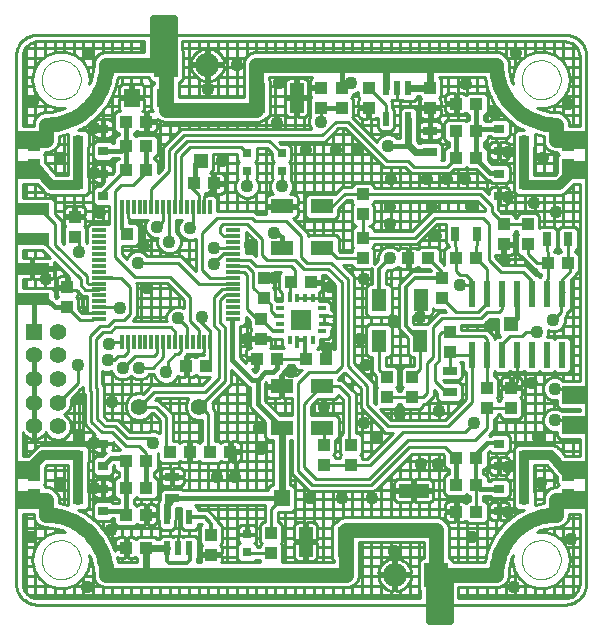
<source format=gtl>
G75*
G70*
%OFA0B0*%
%FSLAX24Y24*%
%IPPOS*%
%LPD*%
%AMOC8*
5,1,8,0,0,1.08239X$1,22.5*
%
%ADD10C,0.0100*%
%ADD11R,0.0472X0.0118*%
%ADD12R,0.0118X0.0472*%
%ADD13R,0.0689X0.0689*%
%ADD14R,0.0146X0.0256*%
%ADD15R,0.0376X0.0146*%
%ADD16R,0.0256X0.0146*%
%ADD17R,0.0146X0.0376*%
%ADD18R,0.0146X0.0296*%
%ADD19R,0.0472X0.0984*%
%ADD20R,0.0472X0.0315*%
%ADD21R,0.0760X0.0500*%
%ADD22R,0.0500X0.0760*%
%ADD23R,0.0354X0.0315*%
%ADD24R,0.0394X0.0433*%
%ADD25R,0.0787X0.0591*%
%ADD26R,0.0433X0.0394*%
%ADD27C,0.0000*%
%ADD28R,0.0800X0.0800*%
%ADD29C,0.0800*%
%ADD30R,0.0555X0.0555*%
%ADD31C,0.0555*%
%ADD32R,0.1181X0.0394*%
%ADD33R,0.0236X0.0866*%
%ADD34R,0.0315X0.0472*%
%ADD35C,0.0236*%
%ADD36R,0.0217X0.0472*%
%ADD37C,0.0560*%
%ADD38R,0.0315X0.0315*%
%ADD39R,0.0984X0.0472*%
%ADD40R,0.0551X0.0630*%
%ADD41C,0.0500*%
%ADD42C,0.0160*%
%ADD43C,0.0320*%
%ADD44C,0.0240*%
%ADD45C,0.0120*%
%ADD46C,0.0436*%
%ADD47R,0.0515X0.0515*%
%ADD48R,0.0554X0.0554*%
%ADD49R,0.0476X0.0476*%
%ADD50R,0.0436X0.0436*%
D10*
X002479Y002721D02*
X002390Y002844D01*
X002342Y002989D01*
X002336Y003065D01*
X002336Y003130D01*
X002336Y003157D01*
X002336Y005393D01*
X002697Y005393D01*
X002697Y005275D01*
X002760Y005121D01*
X002879Y005002D01*
X003033Y004938D01*
X003117Y004938D01*
X003293Y004929D01*
X003638Y004850D01*
X003745Y004798D01*
X003704Y004798D01*
X003616Y004798D01*
X003610Y004798D01*
X003530Y004798D01*
X003451Y004798D01*
X003139Y004685D01*
X002885Y004472D01*
X002720Y004185D01*
X002662Y003858D01*
X002720Y003532D01*
X002885Y003245D01*
X003139Y003032D01*
X003139Y003032D01*
X003451Y002918D01*
X003617Y002918D01*
X003782Y002918D01*
X003782Y002918D01*
X004094Y003032D01*
X004348Y003245D01*
X004513Y003532D01*
X004571Y003858D01*
X004571Y003858D01*
X004544Y004014D01*
X004608Y003880D01*
X004687Y003535D01*
X004697Y003359D01*
X004697Y003275D01*
X004760Y003121D01*
X004879Y003002D01*
X005033Y002938D01*
X006433Y002938D01*
X013033Y002938D01*
X013200Y002938D01*
X013354Y003002D01*
X013473Y003121D01*
X013536Y003275D01*
X013536Y004438D01*
X015683Y004438D01*
X015697Y004438D01*
X015697Y003928D01*
X015646Y003928D01*
X015547Y003829D01*
X015547Y002888D01*
X015574Y002860D01*
X015574Y002578D01*
X002824Y002578D01*
X002747Y002584D01*
X002602Y002631D01*
X002479Y002721D01*
X002437Y002780D02*
X002437Y005393D01*
X002336Y005238D02*
X002712Y005238D01*
X002757Y005130D02*
X002757Y004249D01*
X002774Y004278D02*
X002336Y004278D01*
X002336Y004598D02*
X003036Y004598D01*
X003077Y004632D02*
X003077Y004938D01*
X003139Y004685D02*
X003139Y004685D01*
X003397Y004779D02*
X003397Y004905D01*
X003338Y004918D02*
X002336Y004918D01*
X002885Y004472D02*
X002885Y004472D01*
X002885Y004472D01*
X002720Y004185D02*
X002720Y004185D01*
X002680Y003958D02*
X002336Y003958D01*
X002336Y003638D02*
X002701Y003638D01*
X002720Y003532D02*
X002720Y003532D01*
X002757Y003468D02*
X002757Y002584D01*
X002824Y002358D02*
X020409Y002358D01*
X020409Y002578D02*
X020336Y002578D01*
X020318Y002578D01*
X016859Y002578D01*
X016859Y002938D01*
X018033Y002938D01*
X018200Y002938D01*
X018354Y003002D01*
X018473Y003121D01*
X018536Y003275D01*
X018536Y003358D01*
X018546Y003535D01*
X018625Y003880D01*
X018689Y004014D01*
X018662Y003858D01*
X018720Y003532D01*
X018885Y003245D01*
X019139Y003032D01*
X019139Y003032D01*
X019451Y002918D01*
X019616Y002918D01*
X019704Y002918D01*
X019782Y002918D01*
X019782Y002918D01*
X020094Y003032D01*
X020348Y003245D01*
X020513Y003532D01*
X020571Y003858D01*
X020571Y003858D01*
X020513Y004185D01*
X020348Y004472D01*
X020094Y004685D01*
X020094Y004685D01*
X019782Y004798D01*
X019704Y004798D01*
X019617Y004798D01*
X019592Y004798D01*
X019530Y004798D01*
X019488Y004798D01*
X019595Y004850D01*
X019940Y004929D01*
X020116Y004938D01*
X020200Y004938D01*
X020354Y005002D01*
X020473Y005121D01*
X020536Y005275D01*
X020536Y005393D01*
X020897Y005393D01*
X020897Y003065D01*
X020891Y002989D01*
X020843Y002844D01*
X020754Y002721D01*
X020631Y002631D01*
X020486Y002584D01*
X020409Y002578D01*
X020357Y002578D02*
X020357Y003260D01*
X020348Y003245D02*
X020348Y003245D01*
X020348Y003245D01*
X020390Y003318D02*
X020897Y003318D01*
X020891Y002998D02*
X020002Y002998D01*
X020037Y003011D02*
X020037Y002578D01*
X019717Y002578D02*
X019717Y002918D01*
X020094Y003032D02*
X020094Y003032D01*
X020409Y002359D02*
X020459Y002361D01*
X020510Y002366D01*
X020559Y002375D01*
X020608Y002388D01*
X020656Y002404D01*
X020703Y002423D01*
X020748Y002445D01*
X020791Y002471D01*
X020833Y002500D01*
X020872Y002532D01*
X020909Y002566D01*
X020943Y002603D01*
X020975Y002642D01*
X021004Y002684D01*
X021030Y002727D01*
X021052Y002772D01*
X021071Y002819D01*
X021087Y002867D01*
X021100Y002916D01*
X021109Y002965D01*
X021114Y003016D01*
X021116Y003066D01*
X021117Y003066D02*
X021117Y020651D01*
X020897Y020651D02*
X020897Y018324D01*
X020536Y018324D01*
X020536Y018442D01*
X020473Y018596D01*
X020354Y018714D01*
X020200Y018778D01*
X020116Y018778D01*
X019940Y018788D01*
X019595Y018867D01*
X019488Y018918D01*
X019530Y018918D01*
X019617Y018918D01*
X019782Y018918D01*
X019782Y018918D01*
X020094Y019032D01*
X020348Y019245D01*
X020513Y019532D01*
X020571Y019858D01*
X020571Y019858D01*
X020513Y020185D01*
X020348Y020472D01*
X020094Y020685D01*
X019782Y020798D01*
X019704Y020798D01*
X019617Y020798D01*
X019451Y020798D01*
X019139Y020685D01*
X018885Y020472D01*
X018720Y020185D01*
X018662Y019858D01*
X018689Y019703D01*
X018625Y019837D01*
X018546Y020182D01*
X018536Y020358D01*
X018536Y020442D01*
X018473Y020596D01*
X018354Y020714D01*
X018200Y020778D01*
X018033Y020778D01*
X015733Y020778D01*
X014333Y020778D01*
X012883Y020778D01*
X010033Y020778D01*
X009879Y020714D01*
X009760Y020596D01*
X009697Y020442D01*
X009697Y020275D01*
X009697Y019278D01*
X007536Y019278D01*
X007536Y019292D01*
X007536Y019788D01*
X007587Y019788D01*
X007686Y019888D01*
X007686Y020829D01*
X007659Y020856D01*
X007659Y021138D01*
X020409Y021138D01*
X020486Y021132D01*
X020631Y021085D01*
X020754Y020996D01*
X020843Y020872D01*
X020891Y020728D01*
X020897Y020651D01*
X020897Y020598D02*
X020197Y020598D01*
X020037Y020706D02*
X020037Y021138D01*
X019717Y021138D02*
X019717Y020798D01*
X019451Y020798D02*
X019451Y020798D01*
X019397Y020779D02*
X019397Y021138D01*
X019077Y021138D02*
X019077Y020632D01*
X019036Y020598D02*
X018470Y020598D01*
X018437Y020632D02*
X018437Y021138D01*
X018757Y021138D02*
X018757Y020249D01*
X018774Y020278D02*
X018541Y020278D01*
X018720Y020185D02*
X018720Y020185D01*
X018680Y019958D02*
X018597Y019958D01*
X018662Y019858D02*
X018662Y019858D01*
X018885Y020472D02*
X018885Y020472D01*
X018885Y020472D01*
X019139Y020685D02*
X019139Y020685D01*
X018117Y020778D02*
X018117Y021138D01*
X017797Y021138D02*
X017797Y020778D01*
X017477Y020778D02*
X017477Y021138D01*
X017157Y021138D02*
X017157Y020778D01*
X016837Y020778D02*
X016837Y021138D01*
X016517Y021138D02*
X016517Y020778D01*
X016197Y020778D02*
X016197Y021138D01*
X015877Y021138D02*
X015877Y020778D01*
X015557Y020778D02*
X015557Y021138D01*
X015237Y021138D02*
X015237Y020778D01*
X014917Y020778D02*
X014917Y021138D01*
X014597Y021138D02*
X014597Y020778D01*
X014277Y020778D02*
X014277Y021138D01*
X013957Y021138D02*
X013957Y020778D01*
X013637Y020778D02*
X013637Y021138D01*
X013317Y021138D02*
X013317Y020778D01*
X012997Y020778D02*
X012997Y021138D01*
X012677Y021138D02*
X012677Y020778D01*
X012357Y020778D02*
X012357Y021138D01*
X012037Y021138D02*
X012037Y020778D01*
X011717Y020778D02*
X011717Y021138D01*
X011397Y021138D02*
X011397Y020778D01*
X011077Y020778D02*
X011077Y021138D01*
X010757Y021138D02*
X010757Y020778D01*
X010437Y020778D02*
X010437Y021138D01*
X010117Y021138D02*
X010117Y020778D01*
X009797Y020632D02*
X009797Y021138D01*
X009477Y021138D02*
X009477Y019278D01*
X009697Y019318D02*
X007536Y019318D01*
X007557Y019278D02*
X007557Y019788D01*
X007536Y019638D02*
X009697Y019638D01*
X009697Y019958D02*
X008872Y019958D01*
X008853Y019939D02*
X008914Y020000D01*
X008965Y020070D01*
X009004Y020147D01*
X009031Y020230D01*
X009043Y020308D01*
X008545Y020308D01*
X008545Y020408D01*
X009043Y020408D01*
X009031Y020487D01*
X009004Y020570D01*
X008965Y020647D01*
X008914Y020717D01*
X008853Y020778D01*
X008783Y020829D01*
X008706Y020868D01*
X008623Y020895D01*
X008544Y020907D01*
X008544Y020409D01*
X008444Y020409D01*
X008444Y020907D01*
X008366Y020895D01*
X008283Y020868D01*
X008206Y020829D01*
X008136Y020778D01*
X008075Y020717D01*
X008024Y020647D01*
X007985Y020570D01*
X007958Y020487D01*
X007946Y020408D01*
X008444Y020408D01*
X008444Y020308D01*
X008544Y020308D01*
X008544Y019809D01*
X008623Y019822D01*
X008706Y019849D01*
X008783Y019888D01*
X008853Y019939D01*
X008837Y019927D02*
X008837Y019278D01*
X009157Y019278D02*
X009157Y021138D01*
X008837Y021138D02*
X008837Y020790D01*
X008989Y020598D02*
X009763Y020598D01*
X009697Y020278D02*
X009039Y020278D01*
X008837Y020308D02*
X008837Y020408D01*
X008544Y020278D02*
X008444Y020278D01*
X008444Y020308D02*
X008444Y019809D01*
X008366Y019822D01*
X008283Y019849D01*
X008206Y019888D01*
X008136Y019939D01*
X008075Y020000D01*
X008024Y020070D01*
X007985Y020147D01*
X007958Y020230D01*
X007946Y020308D01*
X008444Y020308D01*
X008517Y020308D02*
X008517Y019278D01*
X008197Y019278D02*
X008197Y019895D01*
X008117Y019958D02*
X007686Y019958D01*
X007686Y020278D02*
X007950Y020278D01*
X008197Y020308D02*
X008197Y020408D01*
X008000Y020598D02*
X007686Y020598D01*
X007659Y020918D02*
X020810Y020918D01*
X020677Y021052D02*
X020677Y018324D01*
X020536Y018358D02*
X020897Y018358D01*
X020897Y018678D02*
X020390Y018678D01*
X020357Y018712D02*
X020357Y019260D01*
X020348Y019245D02*
X020348Y019245D01*
X020348Y019245D01*
X020390Y019318D02*
X020897Y019318D01*
X020897Y018998D02*
X020002Y018998D01*
X020037Y019011D02*
X020037Y018783D01*
X020094Y019032D02*
X020094Y019032D01*
X019717Y018918D02*
X019717Y018839D01*
X019406Y018038D02*
X019397Y018038D01*
X019397Y018041D02*
X019697Y017972D01*
X019697Y017942D01*
X019697Y017775D01*
X019760Y017621D01*
X019879Y017502D01*
X020033Y017438D01*
X020150Y017438D01*
X020150Y017406D01*
X020197Y017358D01*
X020150Y017311D01*
X020150Y016758D01*
X020080Y016688D01*
X019380Y016688D01*
X019380Y017613D01*
X019397Y017631D01*
X019397Y018041D01*
X019045Y018188D02*
X018984Y018188D01*
X018978Y018186D01*
X018802Y018186D01*
X018702Y018086D01*
X018702Y017631D01*
X018720Y017613D01*
X018720Y016603D01*
X018702Y016586D01*
X018702Y016131D01*
X018802Y016031D01*
X018978Y016031D01*
X018984Y016028D01*
X019115Y016028D01*
X020151Y016028D01*
X020282Y016028D01*
X020403Y016079D01*
X020718Y016393D01*
X020897Y016393D01*
X020897Y009824D01*
X020350Y009824D01*
X020286Y009887D01*
X020144Y009946D01*
X019989Y009946D01*
X019847Y009887D01*
X019738Y009778D01*
X019678Y009636D01*
X019678Y009481D01*
X019738Y009339D01*
X019847Y009229D01*
X019989Y009170D01*
X020144Y009170D01*
X020153Y009174D01*
X020153Y008993D01*
X020252Y008893D01*
X020897Y008893D01*
X020897Y008824D01*
X020300Y008824D01*
X020286Y008837D01*
X020144Y008896D01*
X019989Y008896D01*
X019847Y008837D01*
X019738Y008728D01*
X019678Y008586D01*
X019678Y008431D01*
X019738Y008289D01*
X019847Y008179D01*
X019989Y008120D01*
X020144Y008120D01*
X020153Y008124D01*
X020153Y007993D01*
X020252Y007893D01*
X020897Y007893D01*
X020897Y007324D01*
X020414Y007324D01*
X020236Y007533D01*
X020231Y007545D01*
X020194Y007582D01*
X020160Y007622D01*
X020148Y007628D01*
X020138Y007638D01*
X020090Y007658D01*
X020043Y007682D01*
X020030Y007683D01*
X020017Y007688D01*
X019964Y007688D01*
X019912Y007693D01*
X019899Y007688D01*
X019115Y007688D01*
X018984Y007688D01*
X018978Y007686D01*
X018802Y007686D01*
X018702Y007586D01*
X018702Y007131D01*
X018720Y007113D01*
X018720Y006103D01*
X018702Y006086D01*
X018702Y005631D01*
X018802Y005531D01*
X018978Y005531D01*
X018984Y005528D01*
X019045Y005528D01*
X018821Y005420D01*
X018395Y005080D01*
X018395Y005080D01*
X018055Y004654D01*
X017818Y004163D01*
X017818Y004163D01*
X017730Y003778D01*
X016686Y003778D01*
X016686Y003829D01*
X016587Y003928D01*
X016536Y003928D01*
X016536Y004942D01*
X016473Y005096D01*
X016354Y005214D01*
X016200Y005278D01*
X016033Y005278D01*
X015683Y005278D01*
X013033Y005278D01*
X012879Y005214D01*
X012785Y005121D01*
X012759Y005121D01*
X012660Y005021D01*
X012660Y003896D01*
X012697Y003859D01*
X012697Y003778D01*
X010975Y003778D01*
X010983Y003787D01*
X010983Y004361D01*
X010936Y004408D01*
X010983Y004456D01*
X010983Y005030D01*
X010884Y005130D01*
X010836Y005130D01*
X010836Y005461D01*
X011314Y005461D01*
X011414Y005561D01*
X011414Y006256D01*
X011314Y006356D01*
X011256Y006356D01*
X011256Y007838D01*
X011297Y007838D01*
X011297Y006900D01*
X011297Y006717D01*
X011747Y006267D01*
X011875Y006138D01*
X013834Y006138D01*
X013905Y006138D01*
X013925Y006138D01*
X013940Y006138D01*
X013989Y006138D01*
X014016Y006138D01*
X014036Y006158D01*
X014059Y006168D01*
X014087Y006168D01*
X014110Y006190D01*
X014151Y006232D01*
X014151Y006232D01*
X014215Y006296D01*
X015308Y007388D01*
X016299Y007388D01*
X016341Y007388D01*
X016365Y007364D01*
X016395Y007334D01*
X016395Y006991D01*
X016495Y006892D01*
X016532Y006892D01*
X016532Y006725D01*
X016495Y006725D01*
X016395Y006626D01*
X016395Y006091D01*
X016495Y005992D01*
X017069Y005992D01*
X017117Y006039D01*
X017164Y005992D01*
X017231Y005992D01*
X017231Y005825D01*
X017164Y005825D01*
X017102Y005763D01*
X017091Y005775D01*
X017056Y005795D01*
X017018Y005805D01*
X016830Y005805D01*
X016830Y005507D01*
X016733Y005507D01*
X016733Y005410D01*
X016415Y005410D01*
X016415Y005242D01*
X016426Y005204D01*
X016445Y005169D01*
X016473Y005142D01*
X016507Y005122D01*
X016546Y005112D01*
X016733Y005112D01*
X016733Y005410D01*
X016830Y005410D01*
X016830Y005112D01*
X017018Y005112D01*
X017056Y005122D01*
X017091Y005142D01*
X017102Y005153D01*
X017164Y005092D01*
X017738Y005092D01*
X017838Y005191D01*
X017838Y005726D01*
X017738Y005825D01*
X017671Y005825D01*
X017671Y005982D01*
X017898Y005982D01*
X017975Y005905D01*
X018470Y005905D01*
X018570Y006005D01*
X018570Y006460D01*
X018470Y006560D01*
X017975Y006560D01*
X017898Y006482D01*
X017838Y006482D01*
X017838Y006626D01*
X017738Y006725D01*
X017681Y006725D01*
X017681Y006892D01*
X017738Y006892D01*
X017838Y006991D01*
X017838Y007426D01*
X017896Y007484D01*
X017975Y007405D01*
X018470Y007405D01*
X018570Y007505D01*
X018570Y007960D01*
X018470Y008060D01*
X017975Y008060D01*
X017907Y007992D01*
X017874Y008005D01*
X017908Y008038D01*
X018036Y008167D01*
X018036Y008537D01*
X018084Y008537D01*
X018183Y008637D01*
X018183Y008704D01*
X018250Y008704D01*
X018250Y008637D01*
X018349Y008537D01*
X018884Y008537D01*
X018983Y008637D01*
X018983Y009211D01*
X018921Y009273D01*
X018933Y009284D01*
X018953Y009319D01*
X018963Y009357D01*
X018963Y009545D01*
X018665Y009545D01*
X018665Y009641D01*
X018963Y009641D01*
X018963Y009829D01*
X018953Y009867D01*
X018933Y009902D01*
X018905Y009930D01*
X018871Y009949D01*
X018833Y009960D01*
X018665Y009960D01*
X018665Y009642D01*
X018568Y009642D01*
X018568Y009960D01*
X018400Y009960D01*
X018362Y009949D01*
X018328Y009930D01*
X018300Y009902D01*
X018280Y009867D01*
X018270Y009829D01*
X018270Y009641D01*
X018568Y009641D01*
X018568Y009545D01*
X018270Y009545D01*
X018270Y009357D01*
X018280Y009319D01*
X018300Y009284D01*
X018312Y009273D01*
X018250Y009211D01*
X018250Y009144D01*
X018183Y009144D01*
X018183Y009211D01*
X018136Y009258D01*
X018183Y009306D01*
X018183Y009880D01*
X018084Y009980D01*
X018036Y009980D01*
X018036Y010113D01*
X018066Y010143D01*
X018128Y010082D01*
X018505Y010082D01*
X018581Y010157D01*
X018606Y010132D01*
X018641Y010112D01*
X018679Y010102D01*
X018807Y010102D01*
X018807Y010675D01*
X018826Y010675D01*
X018826Y010102D01*
X018954Y010102D01*
X018993Y010112D01*
X019027Y010132D01*
X019052Y010157D01*
X019128Y010082D01*
X019505Y010082D01*
X019566Y010143D01*
X019628Y010082D01*
X020005Y010082D01*
X020067Y010143D01*
X020128Y010082D01*
X020505Y010082D01*
X020605Y010181D01*
X020605Y011188D01*
X020505Y011288D01*
X020128Y011288D01*
X020067Y011226D01*
X020005Y011288D01*
X019816Y011288D01*
X019855Y011381D01*
X019855Y011505D01*
X019939Y011470D01*
X020094Y011470D01*
X020236Y011529D01*
X020346Y011639D01*
X020405Y011781D01*
X020405Y011935D01*
X020486Y012017D01*
X020486Y012129D01*
X020505Y012129D01*
X020605Y012229D01*
X020605Y013185D01*
X020786Y013367D01*
X020786Y013392D01*
X020788Y013392D01*
X020888Y013491D01*
X020888Y014026D01*
X020788Y014125D01*
X020730Y014125D01*
X020731Y014152D01*
X020749Y014152D01*
X020848Y014252D01*
X020848Y014865D01*
X020749Y014965D01*
X020293Y014965D01*
X020193Y014865D01*
X020193Y014252D01*
X020291Y014154D01*
X020290Y014125D01*
X020214Y014125D01*
X020166Y014078D01*
X020119Y014125D01*
X020043Y014125D01*
X020042Y014154D01*
X020140Y014252D01*
X020140Y014865D01*
X020040Y014965D01*
X019584Y014965D01*
X019533Y014914D01*
X019533Y015330D01*
X019434Y015430D01*
X018899Y015430D01*
X018800Y015330D01*
X018800Y015263D01*
X018733Y015263D01*
X018733Y015330D01*
X018634Y015430D01*
X018291Y015430D01*
X018186Y015534D01*
X018186Y015567D01*
X018186Y015677D01*
X018194Y015677D01*
X018194Y015955D01*
X018252Y015955D01*
X018252Y015677D01*
X018420Y015677D01*
X018458Y015687D01*
X018492Y015707D01*
X018520Y015735D01*
X018540Y015769D01*
X018550Y015807D01*
X018550Y015956D01*
X018252Y015956D01*
X018252Y016013D01*
X018550Y016013D01*
X018550Y016162D01*
X018540Y016200D01*
X018520Y016234D01*
X018492Y016262D01*
X018458Y016282D01*
X018420Y016292D01*
X018252Y016292D01*
X018252Y016013D01*
X018194Y016013D01*
X018194Y016292D01*
X018026Y016292D01*
X017988Y016282D01*
X017954Y016262D01*
X017926Y016234D01*
X017906Y016200D01*
X017896Y016162D01*
X017896Y016040D01*
X017673Y016263D01*
X017491Y016263D01*
X014033Y016263D01*
X014033Y016330D01*
X013934Y016430D01*
X013399Y016430D01*
X013300Y016330D01*
X013300Y016278D01*
X012975Y016278D01*
X012847Y016150D01*
X012755Y016058D01*
X011861Y016058D01*
X011761Y015958D01*
X011761Y015318D01*
X011861Y015218D01*
X012762Y015218D01*
X012861Y015318D01*
X012861Y015542D01*
X013158Y015838D01*
X013300Y015838D01*
X013300Y015756D01*
X013347Y015708D01*
X013300Y015661D01*
X013300Y015087D01*
X013399Y014987D01*
X013447Y014987D01*
X013447Y014980D01*
X013399Y014980D01*
X013300Y014880D01*
X013300Y014306D01*
X013347Y014258D01*
X013300Y014211D01*
X013300Y014128D01*
X012908Y014128D01*
X012872Y014164D01*
X012872Y014578D01*
X012772Y014678D01*
X011871Y014678D01*
X011836Y014643D01*
X011836Y014750D01*
X011346Y015240D01*
X011369Y015240D01*
X011407Y015250D01*
X011441Y015269D01*
X011469Y015297D01*
X011489Y015332D01*
X011499Y015370D01*
X011499Y015590D01*
X011019Y015590D01*
X011019Y015689D01*
X011499Y015689D01*
X011499Y015909D01*
X011489Y015947D01*
X011469Y015982D01*
X011441Y016010D01*
X011407Y016029D01*
X011369Y016039D01*
X011246Y016039D01*
X011296Y016089D01*
X011355Y016231D01*
X011355Y016386D01*
X011296Y016528D01*
X011266Y016558D01*
X011294Y016585D01*
X011294Y017041D01*
X011227Y017108D01*
X011294Y017176D01*
X011294Y017632D01*
X011194Y017731D01*
X010950Y017731D01*
X010893Y017788D01*
X012225Y017788D01*
X012408Y017788D01*
X012858Y018238D01*
X013075Y018238D01*
X014247Y017067D01*
X014375Y016938D01*
X015075Y016938D01*
X015147Y016867D01*
X015275Y016738D01*
X016573Y016738D01*
X016702Y016867D01*
X016726Y016892D01*
X017069Y016892D01*
X017116Y016939D01*
X017164Y016892D01*
X017430Y016892D01*
X017705Y016617D01*
X017775Y016546D01*
X017867Y016508D01*
X017876Y016508D01*
X017876Y016505D01*
X017975Y016405D01*
X018470Y016405D01*
X018570Y016505D01*
X018570Y016960D01*
X018470Y017060D01*
X017975Y017060D01*
X017972Y017056D01*
X017838Y017191D01*
X017838Y017526D01*
X017738Y017625D01*
X017701Y017625D01*
X017701Y017792D01*
X017738Y017792D01*
X017838Y017891D01*
X017838Y017982D01*
X017898Y017982D01*
X017975Y017905D01*
X018470Y017905D01*
X018570Y018005D01*
X018570Y018460D01*
X018470Y018560D01*
X017975Y018560D01*
X017898Y018482D01*
X017781Y018482D01*
X017738Y018525D01*
X017701Y018525D01*
X017701Y018692D01*
X017738Y018692D01*
X017838Y018791D01*
X017838Y019326D01*
X017738Y019425D01*
X017164Y019425D01*
X017102Y019363D01*
X017091Y019375D01*
X017056Y019395D01*
X017018Y019405D01*
X016830Y019405D01*
X016830Y019107D01*
X016733Y019107D01*
X016733Y019010D01*
X016415Y019010D01*
X016415Y018842D01*
X016426Y018804D01*
X016445Y018769D01*
X016473Y018742D01*
X016507Y018722D01*
X016546Y018712D01*
X016733Y018712D01*
X016733Y019010D01*
X016830Y019010D01*
X016830Y018712D01*
X017018Y018712D01*
X017056Y018722D01*
X017091Y018742D01*
X017102Y018753D01*
X017164Y018692D01*
X017201Y018692D01*
X017201Y018525D01*
X017164Y018525D01*
X017117Y018478D01*
X017069Y018525D01*
X016495Y018525D01*
X016395Y018426D01*
X016395Y017891D01*
X016495Y017792D01*
X016532Y017792D01*
X016532Y017625D01*
X016495Y017625D01*
X016395Y017526D01*
X016395Y017183D01*
X016391Y017178D01*
X016275Y017178D01*
X016323Y017226D01*
X016323Y017682D01*
X016223Y017782D01*
X015610Y017782D01*
X015577Y017748D01*
X015537Y017748D01*
X015512Y017773D01*
X015481Y017805D01*
X015481Y018604D01*
X015469Y018633D01*
X015469Y018853D01*
X015369Y018953D01*
X015012Y018953D01*
X014912Y018853D01*
X014912Y018633D01*
X014901Y018604D01*
X014901Y017908D01*
X014815Y017908D01*
X014736Y017987D01*
X014594Y018046D01*
X014439Y018046D01*
X014297Y017987D01*
X014188Y017878D01*
X014150Y017786D01*
X013386Y018549D01*
X013386Y018550D01*
X013316Y018620D01*
X013333Y018637D01*
X013333Y019211D01*
X013286Y019258D01*
X013333Y019306D01*
X013333Y019370D01*
X013344Y019370D01*
X013486Y019429D01*
X013500Y019443D01*
X013500Y019306D01*
X013562Y019244D01*
X013550Y019232D01*
X013530Y019198D01*
X013520Y019160D01*
X013520Y018972D01*
X013818Y018972D01*
X013818Y018875D01*
X013915Y018875D01*
X013915Y018557D01*
X014083Y018557D01*
X014121Y018567D01*
X014155Y018587D01*
X014164Y018596D01*
X014164Y018240D01*
X014264Y018140D01*
X014621Y018140D01*
X014721Y018240D01*
X014721Y018853D01*
X014662Y018911D01*
X014662Y018926D01*
X014662Y019108D01*
X014607Y019164D01*
X014621Y019164D01*
X014651Y019194D01*
X014689Y019184D01*
X014812Y019184D01*
X014812Y019566D01*
X014821Y019566D01*
X014821Y019184D01*
X014945Y019184D01*
X014982Y019194D01*
X015012Y019164D01*
X015369Y019164D01*
X015469Y019264D01*
X015469Y019303D01*
X015553Y019303D01*
X015612Y019244D01*
X015600Y019232D01*
X015580Y019198D01*
X015570Y019160D01*
X015570Y018972D01*
X015868Y018972D01*
X015868Y018875D01*
X015965Y018875D01*
X015965Y018557D01*
X016133Y018557D01*
X016171Y018567D01*
X016205Y018587D01*
X016233Y018615D01*
X016253Y018649D01*
X016263Y018687D01*
X016263Y018875D01*
X015965Y018875D01*
X015965Y018972D01*
X016263Y018972D01*
X016263Y019160D01*
X016253Y019198D01*
X016233Y019232D01*
X016221Y019244D01*
X016283Y019306D01*
X016283Y019880D01*
X016225Y019938D01*
X017730Y019938D01*
X017818Y019554D01*
X018055Y019063D01*
X018395Y018636D01*
X018821Y018296D01*
X019045Y018188D01*
X018757Y018140D02*
X018757Y018348D01*
X018743Y018358D02*
X018570Y018358D01*
X018437Y018560D02*
X018437Y018603D01*
X018395Y018636D02*
X018395Y018636D01*
X018361Y018678D02*
X017701Y018678D01*
X017797Y018750D02*
X017797Y018482D01*
X018117Y018560D02*
X018117Y018985D01*
X018106Y018998D02*
X017838Y018998D01*
X017838Y019318D02*
X017931Y019318D01*
X017797Y019367D02*
X017797Y019648D01*
X017799Y019638D02*
X016283Y019638D01*
X016283Y019318D02*
X016429Y019318D01*
X016426Y019313D02*
X016415Y019275D01*
X016415Y019107D01*
X016733Y019107D01*
X016733Y019405D01*
X016546Y019405D01*
X016507Y019395D01*
X016473Y019375D01*
X016445Y019347D01*
X016426Y019313D01*
X016517Y019397D02*
X016517Y019938D01*
X016837Y019938D02*
X016837Y019405D01*
X016830Y019318D02*
X016733Y019318D01*
X016517Y019107D02*
X016517Y019010D01*
X016415Y018998D02*
X016263Y018998D01*
X016197Y018972D02*
X016197Y018875D01*
X016261Y018678D02*
X017201Y018678D01*
X017157Y018699D02*
X017157Y018518D01*
X016837Y018525D02*
X016837Y018712D01*
X016517Y018719D02*
X016517Y018525D01*
X016395Y018358D02*
X016298Y018358D01*
X016303Y018340D02*
X016292Y018378D01*
X016273Y018412D01*
X016245Y018440D01*
X016211Y018460D01*
X016172Y018470D01*
X015945Y018470D01*
X015945Y018192D01*
X015888Y018192D01*
X015888Y018470D01*
X015661Y018470D01*
X015622Y018460D01*
X015588Y018440D01*
X015560Y018412D01*
X015541Y018378D01*
X015530Y018340D01*
X015530Y018191D01*
X015888Y018191D01*
X015888Y018134D01*
X015945Y018134D01*
X015945Y017855D01*
X016172Y017855D01*
X016211Y017866D01*
X016245Y017885D01*
X016273Y017913D01*
X016292Y017947D01*
X016303Y017986D01*
X016303Y018134D01*
X015946Y018134D01*
X015946Y018191D01*
X016303Y018191D01*
X016303Y018340D01*
X016197Y018464D02*
X016197Y018582D01*
X015965Y018678D02*
X015868Y018678D01*
X015868Y018557D02*
X015868Y018875D01*
X015570Y018875D01*
X015570Y018687D01*
X015580Y018649D01*
X015600Y018615D01*
X015628Y018587D01*
X015662Y018567D01*
X015700Y018557D01*
X015868Y018557D01*
X015877Y018470D02*
X015877Y018875D01*
X015570Y018998D02*
X014662Y018998D01*
X014443Y019017D02*
X013867Y019593D01*
X013500Y019318D02*
X013333Y019318D01*
X013317Y019289D02*
X013317Y019228D01*
X013333Y018998D02*
X013520Y018998D01*
X013637Y018972D02*
X013637Y018875D01*
X013520Y018875D02*
X013520Y018687D01*
X013530Y018649D01*
X013550Y018615D01*
X013578Y018587D01*
X013612Y018567D01*
X013650Y018557D01*
X013818Y018557D01*
X013818Y018875D01*
X013520Y018875D01*
X013522Y018678D02*
X013333Y018678D01*
X013317Y018620D02*
X013317Y018619D01*
X013167Y018458D02*
X012767Y018458D01*
X012317Y018008D01*
X007717Y018008D01*
X007217Y017508D01*
X007217Y016808D01*
X006617Y016208D01*
X006617Y015610D01*
X006624Y015603D01*
X006506Y015196D02*
X006360Y015196D01*
X006163Y015196D01*
X005904Y015196D01*
X005884Y015216D01*
X005870Y015216D01*
X005870Y015096D01*
X006105Y015096D01*
X006205Y014997D01*
X006205Y014420D01*
X006105Y014320D01*
X005636Y014320D01*
X005636Y014050D01*
X005800Y013886D01*
X005838Y013978D01*
X005947Y014087D01*
X006089Y014146D01*
X006244Y014146D01*
X006386Y014087D01*
X006495Y013978D01*
X007425Y013978D01*
X007608Y013978D01*
X008097Y013489D01*
X008097Y013600D01*
X008097Y014563D01*
X007994Y014520D01*
X007839Y014520D01*
X007697Y014579D01*
X007588Y014689D01*
X007528Y014831D01*
X007528Y014986D01*
X007588Y015128D01*
X007656Y015196D01*
X007541Y015196D01*
X007436Y015196D01*
X007436Y014787D01*
X007546Y014678D01*
X007605Y014536D01*
X007605Y014381D01*
X007546Y014239D01*
X007436Y014129D01*
X007294Y014070D01*
X007139Y014070D01*
X006997Y014129D01*
X006888Y014239D01*
X006828Y014381D01*
X006828Y014536D01*
X006843Y014570D01*
X006739Y014570D01*
X006597Y014629D01*
X006488Y014739D01*
X006428Y014881D01*
X006428Y015036D01*
X006488Y015178D01*
X006506Y015196D01*
X006479Y015158D02*
X005870Y015158D01*
X005837Y015238D02*
X005967Y015108D01*
X006167Y015108D01*
X006367Y014908D01*
X006367Y014308D01*
X006277Y014133D02*
X006277Y015196D01*
X005957Y015196D02*
X005957Y015096D01*
X005837Y015238D02*
X005837Y015603D01*
X005197Y015657D02*
X005197Y015046D01*
X005179Y015064D01*
X004566Y015064D01*
X004466Y014964D01*
X004466Y014767D01*
X004466Y014571D01*
X004466Y014408D01*
X004436Y014437D01*
X004436Y014565D01*
X004433Y014568D01*
X004433Y014911D01*
X004371Y014973D01*
X004383Y014984D01*
X004403Y015019D01*
X004413Y015057D01*
X004413Y015245D01*
X004115Y015245D01*
X004115Y015341D01*
X004413Y015341D01*
X004413Y015529D01*
X004403Y015567D01*
X004383Y015602D01*
X004355Y015630D01*
X004321Y015649D01*
X004283Y015660D01*
X004115Y015660D01*
X004115Y015342D01*
X004018Y015342D01*
X004018Y015660D01*
X003850Y015660D01*
X003812Y015649D01*
X003778Y015630D01*
X003750Y015602D01*
X003730Y015567D01*
X003720Y015529D01*
X003720Y015341D01*
X004018Y015341D01*
X004018Y015245D01*
X003720Y015245D01*
X003720Y015057D01*
X003730Y015019D01*
X003750Y014984D01*
X003762Y014973D01*
X003700Y014911D01*
X003700Y014386D01*
X003636Y014450D01*
X003636Y015150D01*
X003508Y015278D01*
X003409Y015377D01*
X003409Y015826D01*
X003309Y015925D01*
X002336Y015925D01*
X002336Y016393D01*
X002819Y016393D01*
X002997Y016184D01*
X003002Y016171D01*
X003039Y016135D01*
X003073Y016095D01*
X003085Y016088D01*
X003095Y016079D01*
X003143Y016059D01*
X003190Y016035D01*
X003203Y016034D01*
X003216Y016028D01*
X003269Y016028D01*
X003321Y016024D01*
X003334Y016028D01*
X004118Y016028D01*
X004249Y016028D01*
X004255Y016031D01*
X004431Y016031D01*
X004531Y016131D01*
X004531Y016586D01*
X004513Y016603D01*
X004513Y017613D01*
X004531Y017631D01*
X004531Y018086D01*
X004431Y018186D01*
X004255Y018186D01*
X004249Y018188D01*
X004188Y018188D01*
X004412Y018296D01*
X004838Y018636D01*
X004839Y018636D01*
X005179Y019063D01*
X005415Y019554D01*
X005415Y019554D01*
X005503Y019938D01*
X006547Y019938D01*
X006547Y019888D01*
X006646Y019788D01*
X006697Y019788D01*
X006697Y019718D01*
X006622Y019644D01*
X006622Y018873D01*
X006691Y018804D01*
X006687Y018805D01*
X006500Y018805D01*
X006500Y018507D01*
X006818Y018507D01*
X006818Y018563D01*
X006879Y018502D01*
X007033Y018438D01*
X010033Y018438D01*
X010200Y018438D01*
X010354Y018502D01*
X010448Y018596D01*
X010474Y018596D01*
X010573Y018696D01*
X010573Y019821D01*
X010536Y019858D01*
X010536Y019938D01*
X011993Y019938D01*
X011978Y019930D01*
X011950Y019902D01*
X011930Y019867D01*
X011920Y019829D01*
X011920Y019641D01*
X012218Y019641D01*
X012218Y019545D01*
X011920Y019545D01*
X011920Y019357D01*
X011930Y019319D01*
X011950Y019284D01*
X011962Y019273D01*
X011900Y019211D01*
X011900Y018637D01*
X011914Y018622D01*
X011878Y018536D01*
X011878Y018381D01*
X011938Y018239D01*
X011948Y018228D01*
X007625Y018228D01*
X007497Y018100D01*
X006997Y017600D01*
X006997Y017417D01*
X006997Y016900D01*
X006838Y016741D01*
X006838Y017126D01*
X006738Y017225D01*
X006701Y017225D01*
X006701Y017292D01*
X006738Y017292D01*
X006838Y017391D01*
X006838Y017926D01*
X006738Y018025D01*
X006164Y018025D01*
X006116Y017978D01*
X006069Y018025D01*
X006032Y018025D01*
X006032Y018092D01*
X006069Y018092D01*
X006131Y018153D01*
X006143Y018142D01*
X006177Y018122D01*
X006215Y018112D01*
X006403Y018112D01*
X006403Y018410D01*
X006500Y018410D01*
X006500Y018507D01*
X006403Y018507D01*
X006403Y018805D01*
X006301Y018805D01*
X006333Y018823D01*
X006361Y018851D01*
X006381Y018886D01*
X006391Y018924D01*
X006391Y019208D01*
X006015Y019208D01*
X006015Y019308D01*
X006391Y019308D01*
X006391Y019593D01*
X006381Y019631D01*
X006361Y019665D01*
X006333Y019693D01*
X006299Y019713D01*
X006261Y019723D01*
X006015Y019723D01*
X006015Y019309D01*
X005915Y019309D01*
X005915Y019723D01*
X005670Y019723D01*
X005632Y019713D01*
X005598Y019693D01*
X005570Y019665D01*
X005550Y019631D01*
X005540Y019593D01*
X005540Y019308D01*
X005915Y019308D01*
X005915Y019208D01*
X005540Y019208D01*
X005540Y018924D01*
X005550Y018886D01*
X005570Y018851D01*
X005596Y018825D01*
X005495Y018825D01*
X005395Y018726D01*
X005395Y018191D01*
X005495Y018092D01*
X005532Y018092D01*
X005532Y018025D01*
X005495Y018025D01*
X005395Y017926D01*
X005395Y017734D01*
X005335Y017734D01*
X005258Y017812D01*
X004763Y017812D01*
X004663Y017712D01*
X004663Y017256D01*
X004763Y017157D01*
X005258Y017157D01*
X005335Y017234D01*
X005532Y017234D01*
X005532Y017225D01*
X005495Y017225D01*
X005395Y017126D01*
X005395Y016797D01*
X005302Y016704D01*
X005039Y016704D01*
X005039Y016761D01*
X005337Y016761D01*
X005337Y016910D01*
X005327Y016948D01*
X005307Y016982D01*
X005279Y017010D01*
X005245Y017030D01*
X005207Y017040D01*
X005039Y017040D01*
X005039Y016761D01*
X004981Y016761D01*
X004981Y016704D01*
X004683Y016704D01*
X004683Y016555D01*
X004693Y016517D01*
X004713Y016483D01*
X004741Y016455D01*
X004775Y016435D01*
X004813Y016425D01*
X004981Y016425D01*
X004981Y016703D01*
X005039Y016703D01*
X005039Y016441D01*
X004910Y016312D01*
X004763Y016312D01*
X004663Y016212D01*
X004663Y015756D01*
X004763Y015657D01*
X005197Y015657D01*
X005197Y015478D02*
X004413Y015478D01*
X004357Y015341D02*
X004357Y015245D01*
X004413Y015158D02*
X005197Y015158D01*
X004997Y015064D02*
X004997Y015657D01*
X004677Y015743D02*
X004677Y015064D01*
X004466Y014838D02*
X004433Y014838D01*
X004436Y014518D02*
X004466Y014518D01*
X004217Y014474D02*
X004067Y014624D01*
X004217Y014474D02*
X004217Y014108D01*
X003700Y014518D02*
X003636Y014518D01*
X003417Y014358D02*
X004467Y013308D01*
X004467Y013108D01*
X004517Y013058D01*
X004868Y013058D01*
X004872Y013063D01*
X004872Y012866D02*
X004865Y012858D01*
X004417Y012858D01*
X004267Y013008D01*
X004267Y013208D01*
X002917Y014558D01*
X002648Y014558D01*
X002757Y014192D02*
X002757Y013905D01*
X002696Y013905D02*
X002696Y013607D01*
X002600Y013607D01*
X002600Y013905D01*
X002336Y013905D01*
X002336Y014192D01*
X002972Y014192D01*
X003259Y013905D01*
X003258Y013905D01*
X002696Y013905D01*
X002696Y013878D02*
X002600Y013878D01*
X002437Y013905D02*
X002437Y014192D01*
X002697Y013607D02*
X003389Y013607D01*
X003389Y013775D01*
X003388Y013775D01*
X003865Y013299D01*
X003865Y012992D01*
X003768Y012992D01*
X003768Y013310D01*
X003600Y013310D01*
X003562Y013299D01*
X003528Y013280D01*
X003500Y013252D01*
X003480Y013217D01*
X003470Y013179D01*
X003470Y012991D01*
X003768Y012991D01*
X003768Y012895D01*
X003470Y012895D01*
X003470Y012707D01*
X003480Y012669D01*
X003500Y012634D01*
X003512Y012623D01*
X003459Y012570D01*
X003409Y012620D01*
X003409Y012826D01*
X003309Y012925D01*
X002336Y012925D01*
X002336Y013212D01*
X002600Y013212D01*
X002600Y013510D01*
X002696Y013510D01*
X002696Y013212D01*
X003258Y013212D01*
X003296Y013222D01*
X003331Y013242D01*
X003359Y013269D01*
X003378Y013304D01*
X003389Y013342D01*
X003389Y013510D01*
X002697Y013510D01*
X002697Y013607D01*
X002697Y013558D02*
X003605Y013558D01*
X003717Y013447D02*
X003717Y013310D01*
X003768Y013238D02*
X003865Y013238D01*
X003717Y012991D02*
X003717Y012895D01*
X003768Y012918D02*
X003316Y012918D01*
X003397Y012838D02*
X003397Y013767D01*
X003077Y013905D02*
X003077Y014087D01*
X003417Y014358D02*
X003417Y015058D01*
X002917Y015558D01*
X002648Y015558D01*
X002757Y015925D02*
X002757Y016393D01*
X002437Y016393D02*
X002437Y015925D01*
X002336Y016118D02*
X003053Y016118D01*
X003077Y016093D02*
X003077Y015925D01*
X003397Y015838D02*
X003397Y016028D01*
X003409Y015798D02*
X004663Y015798D01*
X004663Y016118D02*
X004519Y016118D01*
X004357Y016031D02*
X004357Y015629D01*
X004115Y015478D02*
X004018Y015478D01*
X004037Y015342D02*
X004037Y016028D01*
X003717Y016028D02*
X003717Y014928D01*
X003700Y014838D02*
X003636Y014838D01*
X003628Y015158D02*
X003720Y015158D01*
X003720Y015478D02*
X003409Y015478D01*
X003434Y016688D02*
X003853Y016688D01*
X003853Y017613D01*
X003836Y017631D01*
X003836Y018041D01*
X003536Y017972D01*
X003536Y017775D01*
X003473Y017621D01*
X003354Y017502D01*
X003200Y017438D01*
X003083Y017438D01*
X003083Y017406D01*
X003036Y017358D01*
X003083Y017311D01*
X003083Y017102D01*
X003434Y016688D01*
X003397Y016733D02*
X003397Y017544D01*
X003513Y017718D02*
X003836Y017718D01*
X003717Y018013D02*
X003717Y016688D01*
X003853Y016758D02*
X003375Y016758D01*
X003103Y017078D02*
X003853Y017078D01*
X003853Y017398D02*
X003076Y017398D01*
X003077Y017399D02*
X003077Y017317D01*
X003827Y018038D02*
X003836Y018038D01*
X004357Y018186D02*
X004357Y018270D01*
X004412Y018296D02*
X004412Y018296D01*
X004490Y018358D02*
X004683Y018358D01*
X004683Y018410D02*
X004683Y018261D01*
X004981Y018261D01*
X004981Y018204D01*
X004683Y018204D01*
X004683Y018055D01*
X004693Y018017D01*
X004713Y017983D01*
X004741Y017955D01*
X004775Y017935D01*
X004813Y017925D01*
X004981Y017925D01*
X004981Y018203D01*
X005039Y018203D01*
X005039Y017925D01*
X005207Y017925D01*
X005245Y017935D01*
X005279Y017955D01*
X005307Y017983D01*
X005327Y018017D01*
X005337Y018055D01*
X005337Y018204D01*
X005039Y018204D01*
X005039Y018261D01*
X005337Y018261D01*
X005337Y018410D01*
X005327Y018448D01*
X005307Y018482D01*
X005279Y018510D01*
X005245Y018530D01*
X005207Y018540D01*
X005039Y018540D01*
X005039Y018261D01*
X004981Y018261D01*
X004981Y018540D01*
X004813Y018540D01*
X004775Y018530D01*
X004741Y018510D01*
X004713Y018482D01*
X004693Y018448D01*
X004683Y018410D01*
X004677Y018507D02*
X004677Y017726D01*
X004669Y017718D02*
X004531Y017718D01*
X004513Y017398D02*
X004663Y017398D01*
X004677Y017243D02*
X004677Y016226D01*
X004770Y016438D02*
X004531Y016438D01*
X004513Y016758D02*
X004981Y016758D01*
X004981Y016761D02*
X004683Y016761D01*
X004683Y016910D01*
X004693Y016948D01*
X004713Y016982D01*
X004741Y017010D01*
X004775Y017030D01*
X004813Y017040D01*
X004981Y017040D01*
X004981Y016761D01*
X004997Y016761D02*
X004997Y017157D01*
X005317Y017216D02*
X005317Y016966D01*
X005395Y017078D02*
X004513Y017078D01*
X004997Y016703D02*
X004997Y016398D01*
X004981Y016438D02*
X005037Y016438D01*
X005039Y016758D02*
X005357Y016758D01*
X005317Y016761D02*
X005317Y016718D01*
X005617Y016358D02*
X005417Y016158D01*
X005417Y013958D01*
X006080Y013295D01*
X007230Y013295D01*
X007917Y012608D01*
X007917Y011808D01*
X008199Y011526D01*
X008199Y011114D01*
X008396Y011114D02*
X008396Y010788D01*
X008317Y010708D01*
X007967Y010708D01*
X007782Y010524D01*
X007782Y010308D01*
X007830Y010260D02*
X007830Y009962D01*
X008018Y009962D01*
X008056Y009972D01*
X008091Y009992D01*
X008102Y010003D01*
X008164Y009942D01*
X008589Y009942D01*
X008325Y009678D01*
X006625Y009678D01*
X006497Y009550D01*
X006341Y009394D01*
X006306Y009408D01*
X006127Y009408D01*
X005962Y009340D01*
X005835Y009213D01*
X005767Y009048D01*
X005767Y008869D01*
X005835Y008704D01*
X005962Y008577D01*
X006127Y008508D01*
X006306Y008508D01*
X006471Y008577D01*
X006598Y008704D01*
X006612Y008738D01*
X006675Y008738D01*
X006897Y008517D01*
X006897Y008077D01*
X006886Y008087D01*
X006744Y008146D01*
X006589Y008146D01*
X006546Y008128D01*
X006425Y008128D01*
X005908Y008128D01*
X005508Y008528D01*
X005325Y008528D01*
X005158Y008528D01*
X005036Y008649D01*
X005036Y009467D01*
X005036Y009650D01*
X004986Y009700D01*
X004986Y010163D01*
X005089Y010120D01*
X005244Y010120D01*
X005295Y010142D01*
X005338Y010039D01*
X005447Y009929D01*
X005589Y009870D01*
X005744Y009870D01*
X005886Y009929D01*
X005941Y009985D01*
X005997Y009929D01*
X006139Y009870D01*
X006294Y009870D01*
X006436Y009929D01*
X006545Y010038D01*
X006575Y010038D01*
X006728Y010038D01*
X006728Y010031D01*
X006788Y009889D01*
X006897Y009779D01*
X007039Y009720D01*
X007194Y009720D01*
X007336Y009779D01*
X007446Y009889D01*
X007485Y009985D01*
X007507Y009972D01*
X007546Y009962D01*
X007733Y009962D01*
X007733Y010260D01*
X007830Y010260D01*
X007830Y010357D02*
X007733Y010357D01*
X007733Y010614D01*
X007736Y010617D01*
X007827Y010708D01*
X007873Y010708D01*
X008132Y010708D01*
X008329Y010708D01*
X008349Y010728D01*
X008373Y010728D01*
X008373Y010675D01*
X008164Y010675D01*
X008102Y010613D01*
X008091Y010625D01*
X008056Y010645D01*
X008018Y010655D01*
X007830Y010655D01*
X007830Y010357D01*
X007830Y010358D02*
X007733Y010358D01*
X007733Y010038D02*
X007830Y010038D01*
X007877Y009962D02*
X007877Y009678D01*
X007557Y009678D02*
X007557Y009962D01*
X007237Y009738D02*
X007237Y009678D01*
X006917Y009678D02*
X006917Y009771D01*
X007117Y010108D02*
X007167Y010158D01*
X007167Y010458D01*
X007417Y010708D01*
X007517Y010708D01*
X007609Y010801D01*
X007609Y011114D01*
X007806Y011114D02*
X007806Y011619D01*
X007517Y011908D01*
X007637Y012278D02*
X007697Y012278D01*
X007697Y012254D02*
X007594Y012296D01*
X007439Y012296D01*
X007297Y012237D01*
X007188Y012128D01*
X007128Y011986D01*
X007128Y011831D01*
X007130Y011828D01*
X005998Y011828D01*
X006008Y011838D01*
X006136Y011967D01*
X006136Y012867D01*
X006136Y013050D01*
X006111Y013075D01*
X007139Y013075D01*
X007697Y012517D01*
X007697Y012254D01*
X007557Y012296D02*
X007557Y012657D01*
X007615Y012598D02*
X006136Y012598D01*
X006136Y012918D02*
X007295Y012918D01*
X007237Y012977D02*
X007237Y012177D01*
X007396Y012278D02*
X006136Y012278D01*
X005917Y012058D02*
X005917Y012958D01*
X005617Y013258D01*
X005317Y013258D01*
X005637Y014049D02*
X005637Y014320D01*
X005636Y014198D02*
X006928Y014198D01*
X006917Y014210D02*
X006917Y013978D01*
X007237Y013978D02*
X007237Y014070D01*
X007217Y014458D02*
X007217Y015601D01*
X007215Y015603D01*
X007412Y015603D02*
X007412Y015654D01*
X007417Y015858D01*
X007417Y017408D01*
X007817Y017808D01*
X010562Y017808D01*
X010967Y017404D01*
X011294Y017398D02*
X013915Y017398D01*
X013957Y017357D02*
X013957Y016407D01*
X014277Y016263D02*
X014277Y017037D01*
X014235Y017078D02*
X011257Y017078D01*
X011294Y016758D02*
X015255Y016758D01*
X015237Y016777D02*
X015237Y016263D01*
X015557Y016263D02*
X015557Y016738D01*
X015367Y016958D02*
X016482Y016958D01*
X016782Y017258D01*
X016837Y016892D02*
X016837Y016263D01*
X016517Y016263D02*
X016517Y016738D01*
X016593Y016758D02*
X017563Y016758D01*
X017477Y016845D02*
X017477Y016263D01*
X017582Y016043D02*
X017967Y015658D01*
X017967Y015443D01*
X018367Y015043D01*
X019167Y015043D01*
X018847Y014708D02*
X018800Y014661D01*
X018800Y014087D01*
X018899Y013987D01*
X018947Y013987D01*
X018947Y013967D01*
X019247Y013667D01*
X019375Y013538D01*
X019445Y013538D01*
X019445Y013491D01*
X019545Y013392D01*
X019612Y013392D01*
X019612Y013319D01*
X019567Y013274D01*
X019505Y013335D01*
X019451Y013335D01*
X019408Y013378D01*
X019108Y013678D01*
X018925Y013678D01*
X018358Y013678D01*
X018086Y013950D01*
X018086Y014032D01*
X018112Y014017D01*
X018150Y014007D01*
X018318Y014007D01*
X018318Y014325D01*
X018415Y014325D01*
X018415Y014007D01*
X018583Y014007D01*
X018621Y014017D01*
X018655Y014037D01*
X018683Y014065D01*
X018703Y014099D01*
X018713Y014137D01*
X018713Y014325D01*
X018415Y014325D01*
X018415Y014422D01*
X018713Y014422D01*
X018713Y014610D01*
X018703Y014648D01*
X018683Y014682D01*
X018671Y014694D01*
X018733Y014756D01*
X018733Y014823D01*
X018800Y014823D01*
X018800Y014756D01*
X018847Y014708D01*
X018757Y014823D02*
X018757Y013678D01*
X018437Y013678D02*
X018437Y014007D01*
X018415Y014198D02*
X018318Y014198D01*
X018437Y014325D02*
X018437Y014422D01*
X018713Y014518D02*
X018800Y014518D01*
X018800Y014198D02*
X018713Y014198D01*
X019035Y013878D02*
X018158Y013878D01*
X018117Y013919D02*
X018117Y014016D01*
X017867Y013858D02*
X018267Y013458D01*
X019017Y013458D01*
X019317Y013158D01*
X019317Y012732D01*
X019767Y012782D02*
X019817Y012732D01*
X019817Y013208D01*
X019832Y013224D01*
X019832Y013758D01*
X019467Y013758D01*
X019167Y014058D01*
X019167Y014374D01*
X019077Y013837D02*
X019077Y013678D01*
X019228Y013558D02*
X019355Y013558D01*
X019397Y013538D02*
X019397Y013389D01*
X019832Y013758D02*
X019812Y014558D01*
X020140Y014518D02*
X020193Y014518D01*
X020193Y014838D02*
X020140Y014838D01*
X020037Y014965D02*
X020037Y016028D01*
X019717Y016028D02*
X019717Y014965D01*
X019533Y015158D02*
X020897Y015158D01*
X020677Y014965D02*
X020677Y016352D01*
X020897Y016118D02*
X020443Y016118D01*
X020357Y016059D02*
X020357Y014965D01*
X020521Y014558D02*
X020501Y013758D01*
X020567Y013693D01*
X020567Y013458D01*
X020317Y013208D01*
X020317Y012732D01*
X020367Y012782D01*
X020267Y012682D02*
X020267Y012108D01*
X020017Y011858D01*
X020037Y011470D02*
X020037Y011256D01*
X019829Y011318D02*
X020897Y011318D01*
X020897Y010998D02*
X020605Y010998D01*
X020605Y010678D02*
X020897Y010678D01*
X020897Y010358D02*
X020605Y010358D01*
X020357Y010082D02*
X020357Y009824D01*
X020417Y009558D02*
X020717Y009358D01*
X020417Y009558D02*
X020067Y009558D01*
X019713Y009398D02*
X018963Y009398D01*
X018757Y009545D02*
X018757Y009641D01*
X018665Y009718D02*
X018568Y009718D01*
X018617Y009593D02*
X018817Y009793D01*
X018817Y010685D01*
X018807Y010358D02*
X018826Y010358D01*
X018757Y010102D02*
X018757Y009960D01*
X018437Y009960D02*
X018437Y010082D01*
X018117Y010093D02*
X018117Y009947D01*
X018036Y010038D02*
X020897Y010038D01*
X020677Y009824D02*
X020677Y013257D01*
X020658Y013238D02*
X020897Y013238D01*
X020897Y012918D02*
X020605Y012918D01*
X020605Y012598D02*
X020897Y012598D01*
X020897Y012278D02*
X020605Y012278D01*
X020428Y011958D02*
X020897Y011958D01*
X020897Y011638D02*
X020345Y011638D01*
X020357Y011665D02*
X020357Y011288D01*
X019467Y011458D02*
X019117Y011458D01*
X018967Y011308D01*
X018567Y011308D01*
X018317Y011058D01*
X018317Y010685D01*
X018317Y010858D01*
X018267Y010908D01*
X018066Y011226D02*
X018036Y011256D01*
X018036Y011300D01*
X017936Y011400D01*
X017808Y011528D01*
X016933Y011528D01*
X016933Y011688D01*
X017708Y011688D01*
X017836Y011817D01*
X017836Y011817D01*
X017908Y011888D01*
X018125Y011888D01*
X018189Y011888D01*
X018189Y011381D01*
X018258Y011311D01*
X018235Y011288D01*
X018128Y011288D01*
X018066Y011226D01*
X018117Y011276D02*
X018117Y011888D01*
X018217Y012108D02*
X017817Y012108D01*
X017617Y011908D01*
X016317Y011908D01*
X016017Y011608D01*
X016017Y010608D01*
X015817Y010408D01*
X015817Y009408D01*
X015682Y009274D01*
X015317Y009274D01*
X014467Y009274D01*
X014147Y009608D02*
X014100Y009561D01*
X014100Y009036D01*
X014036Y009100D01*
X014036Y009567D01*
X014036Y009750D01*
X013386Y010400D01*
X013386Y013117D01*
X013386Y013300D01*
X012998Y013688D01*
X013300Y013688D01*
X013300Y013637D01*
X013399Y013537D01*
X013934Y013537D01*
X013986Y013590D01*
X013986Y013463D01*
X013986Y013056D01*
X013896Y013056D01*
X013796Y012956D01*
X013796Y012056D01*
X013896Y011956D01*
X014537Y011956D01*
X014636Y012056D01*
X014636Y012956D01*
X014537Y013056D01*
X014446Y013056D01*
X014446Y013463D01*
X014504Y013520D01*
X014644Y013520D01*
X014786Y013579D01*
X014838Y013631D01*
X014845Y013619D01*
X014873Y013592D01*
X014907Y013572D01*
X014946Y013562D01*
X015133Y013562D01*
X015133Y013860D01*
X015230Y013860D01*
X015230Y013562D01*
X015418Y013562D01*
X015456Y013572D01*
X015491Y013592D01*
X015502Y013603D01*
X015564Y013542D01*
X015907Y013542D01*
X015950Y013499D01*
X015950Y013473D01*
X015306Y013473D01*
X015171Y013338D01*
X014887Y013054D01*
X014887Y012863D01*
X014887Y011548D01*
X015021Y011413D01*
X015176Y011258D01*
X015176Y010713D01*
X015276Y010614D01*
X015376Y010614D01*
X015376Y010330D01*
X015049Y010330D01*
X014950Y010230D01*
X014950Y009656D01*
X014997Y009608D01*
X014950Y009561D01*
X014950Y009494D01*
X014833Y009494D01*
X014833Y009561D01*
X014786Y009608D01*
X014833Y009656D01*
X014833Y010230D01*
X014734Y010330D01*
X014436Y010330D01*
X014436Y010603D01*
X014537Y010603D01*
X014636Y010703D01*
X014636Y011604D01*
X014537Y011703D01*
X013896Y011703D01*
X013796Y011604D01*
X013796Y010703D01*
X013896Y010603D01*
X013996Y010603D01*
X013996Y010102D01*
X014100Y009999D01*
X014100Y009656D01*
X014147Y009608D01*
X014100Y009718D02*
X014036Y009718D01*
X013957Y009829D02*
X013957Y010603D01*
X013821Y010678D02*
X013386Y010678D01*
X013386Y010998D02*
X013796Y010998D01*
X013796Y011318D02*
X013386Y011318D01*
X013386Y011638D02*
X013831Y011638D01*
X013957Y011703D02*
X013957Y011956D01*
X013893Y011958D02*
X013386Y011958D01*
X013386Y012278D02*
X013796Y012278D01*
X013796Y012598D02*
X013386Y012598D01*
X013386Y012918D02*
X013796Y012918D01*
X013957Y013056D02*
X013957Y013560D01*
X013955Y013558D02*
X013986Y013558D01*
X014033Y013700D02*
X014033Y014211D01*
X013986Y014258D01*
X014033Y014306D01*
X014033Y014373D01*
X015310Y014373D01*
X015492Y014373D01*
X016158Y015038D01*
X016458Y015038D01*
X016435Y015015D01*
X016435Y014402D01*
X016534Y014302D01*
X016552Y014302D01*
X016553Y014275D01*
X016495Y014275D01*
X016395Y014176D01*
X016395Y013675D01*
X016238Y013833D01*
X016238Y014176D01*
X016138Y014275D01*
X015564Y014275D01*
X015502Y014213D01*
X015491Y014225D01*
X015456Y014245D01*
X015418Y014255D01*
X015230Y014255D01*
X015230Y013957D01*
X015133Y013957D01*
X015133Y014255D01*
X014946Y014255D01*
X014907Y014245D01*
X014873Y014225D01*
X014845Y014197D01*
X014838Y014185D01*
X014786Y014237D01*
X014644Y014296D01*
X014489Y014296D01*
X014347Y014237D01*
X014238Y014128D01*
X014178Y013986D01*
X014178Y013846D01*
X014033Y013700D01*
X014033Y013878D02*
X014178Y013878D01*
X014277Y014167D02*
X014277Y014373D01*
X014308Y014198D02*
X014033Y014198D01*
X013667Y013924D02*
X013651Y013908D01*
X012817Y013908D01*
X012467Y014258D01*
X012322Y014258D01*
X012357Y014678D02*
X012357Y015218D01*
X012037Y015218D02*
X012037Y014678D01*
X011748Y014838D02*
X013300Y014838D01*
X013317Y014897D02*
X013317Y015070D01*
X013300Y015158D02*
X011428Y015158D01*
X011397Y015189D02*
X011397Y015247D01*
X011499Y015478D02*
X011761Y015478D01*
X011761Y015798D02*
X011499Y015798D01*
X011397Y015689D02*
X011397Y015590D01*
X011077Y015590D02*
X011077Y015689D01*
X010919Y015689D02*
X010919Y015590D01*
X010439Y015590D01*
X010439Y015378D01*
X010158Y015378D01*
X010058Y015478D01*
X008908Y015478D01*
X008822Y015478D01*
X008822Y015909D01*
X008722Y016009D01*
X008463Y016009D01*
X008443Y015989D01*
X008419Y015989D01*
X008419Y016076D01*
X008427Y016072D01*
X008465Y016062D01*
X008653Y016062D01*
X008653Y016360D01*
X008750Y016360D01*
X008750Y016457D01*
X009068Y016457D01*
X009068Y016625D01*
X009057Y016663D01*
X009038Y016697D01*
X009010Y016725D01*
X008976Y016745D01*
X008937Y016755D01*
X008750Y016755D01*
X008750Y016457D01*
X008653Y016457D01*
X008653Y016755D01*
X008579Y016755D01*
X008674Y016850D01*
X008674Y017388D01*
X009489Y017388D01*
X009489Y017176D01*
X009556Y017108D01*
X009489Y017041D01*
X009489Y016585D01*
X009517Y016558D01*
X009488Y016528D01*
X009428Y016386D01*
X009428Y016231D01*
X009488Y016089D01*
X009597Y015979D01*
X009739Y015920D01*
X009894Y015920D01*
X010036Y015979D01*
X010146Y016089D01*
X010205Y016231D01*
X010205Y016386D01*
X010146Y016528D01*
X010116Y016558D01*
X010144Y016585D01*
X010144Y017041D01*
X010077Y017108D01*
X010144Y017176D01*
X010144Y017588D01*
X010471Y017588D01*
X010639Y017420D01*
X010639Y017176D01*
X010706Y017108D01*
X010639Y017041D01*
X010639Y016585D01*
X010667Y016558D01*
X010638Y016528D01*
X010578Y016386D01*
X010578Y016231D01*
X010638Y016089D01*
X010687Y016039D01*
X010569Y016039D01*
X010531Y016029D01*
X010497Y016010D01*
X010469Y015982D01*
X010449Y015947D01*
X010439Y015909D01*
X010439Y015689D01*
X010919Y015689D01*
X010757Y015689D02*
X010757Y015590D01*
X010439Y015478D02*
X008822Y015478D01*
X008837Y015478D02*
X008837Y016062D01*
X008750Y016062D02*
X008937Y016062D01*
X008976Y016072D01*
X009010Y016092D01*
X009038Y016119D01*
X009057Y016154D01*
X009068Y016192D01*
X009068Y016360D01*
X008750Y016360D01*
X008750Y016062D01*
X008750Y016118D02*
X008653Y016118D01*
X008517Y016062D02*
X008517Y016009D01*
X008396Y015988D02*
X008701Y016293D01*
X008701Y016408D01*
X008717Y016408D01*
X008701Y016408D02*
X008667Y016374D01*
X008750Y016438D02*
X009450Y016438D01*
X009477Y016502D02*
X009477Y017388D01*
X009612Y017608D02*
X009817Y017404D01*
X009612Y017608D02*
X007917Y017608D01*
X007617Y017308D01*
X007617Y015808D01*
X007609Y015801D01*
X007609Y015603D01*
X007557Y015196D02*
X007557Y015054D01*
X007618Y015158D02*
X007436Y015158D01*
X007436Y014838D02*
X007528Y014838D01*
X007557Y014763D02*
X007557Y014652D01*
X007605Y014518D02*
X008097Y014518D01*
X007877Y014520D02*
X007877Y013709D01*
X008028Y013558D02*
X008097Y013558D01*
X008317Y013508D02*
X008565Y013260D01*
X009361Y013260D01*
X009361Y013063D02*
X009356Y013058D01*
X008217Y013058D01*
X007517Y013758D01*
X006167Y013758D01*
X005957Y014091D02*
X005957Y014320D01*
X006205Y014518D02*
X006828Y014518D01*
X006597Y014630D02*
X006597Y013978D01*
X006597Y013075D02*
X006597Y011828D01*
X006277Y011828D02*
X006277Y013075D01*
X006917Y013075D02*
X006917Y011828D01*
X007128Y011958D02*
X006128Y011958D01*
X005917Y012058D02*
X005717Y011858D01*
X005367Y011858D01*
X005167Y011658D01*
X004917Y011658D01*
X004567Y011308D01*
X004567Y009508D01*
X004617Y009458D01*
X004617Y008458D01*
X004967Y008108D01*
X005317Y008108D01*
X005767Y007658D01*
X006201Y007658D01*
X006451Y007408D01*
X006451Y007158D01*
X006838Y007158D02*
X006878Y007158D01*
X006845Y007191D02*
X006845Y007412D01*
X006838Y007409D01*
X006838Y006891D01*
X006738Y006792D01*
X006701Y006792D01*
X006701Y006625D01*
X006738Y006625D01*
X006838Y006526D01*
X006838Y005991D01*
X006738Y005892D01*
X006164Y005892D01*
X006116Y005939D01*
X006069Y005892D01*
X006032Y005892D01*
X006032Y005725D01*
X006069Y005725D01*
X006131Y005663D01*
X006143Y005675D01*
X006177Y005695D01*
X006215Y005705D01*
X006403Y005705D01*
X006403Y005407D01*
X006500Y005407D01*
X006818Y005407D01*
X006818Y005575D01*
X006807Y005613D01*
X006788Y005647D01*
X006760Y005675D01*
X006726Y005695D01*
X006687Y005705D01*
X006500Y005705D01*
X006500Y005407D01*
X006500Y005310D01*
X006818Y005310D01*
X006818Y005142D01*
X006807Y005104D01*
X006788Y005069D01*
X006760Y005042D01*
X006726Y005022D01*
X006687Y005012D01*
X006500Y005012D01*
X006500Y005310D01*
X006403Y005310D01*
X006403Y005012D01*
X006215Y005012D01*
X006177Y005022D01*
X006143Y005042D01*
X006131Y005053D01*
X006069Y004992D01*
X005495Y004992D01*
X005395Y005091D01*
X005395Y005234D01*
X005335Y005234D01*
X005258Y005157D01*
X004763Y005157D01*
X004663Y005256D01*
X004663Y005712D01*
X004763Y005812D01*
X005258Y005812D01*
X005335Y005734D01*
X005532Y005734D01*
X005532Y005892D01*
X005495Y005892D01*
X005395Y005991D01*
X005395Y006526D01*
X005495Y006625D01*
X005532Y006625D01*
X005532Y006792D01*
X005495Y006792D01*
X005395Y006891D01*
X005395Y007008D01*
X005388Y007008D01*
X005357Y006978D01*
X005357Y006756D01*
X005258Y006657D01*
X004763Y006657D01*
X004663Y006756D01*
X004663Y007212D01*
X004763Y007312D01*
X004984Y007312D01*
X005072Y007400D01*
X005097Y007425D01*
X005039Y007425D01*
X005039Y007703D01*
X004981Y007703D01*
X004981Y007425D01*
X004813Y007425D01*
X004775Y007435D01*
X004741Y007455D01*
X004713Y007483D01*
X004693Y007517D01*
X004683Y007555D01*
X004683Y007704D01*
X004981Y007704D01*
X004981Y007761D01*
X004683Y007761D01*
X004683Y007910D01*
X004693Y007948D01*
X004713Y007982D01*
X004741Y008010D01*
X004749Y008015D01*
X004747Y008017D01*
X004397Y008367D01*
X004397Y008550D01*
X004397Y009367D01*
X004347Y009417D01*
X004347Y009600D01*
X004347Y009628D01*
X004258Y009539D01*
X003938Y009219D01*
X003951Y009185D01*
X003951Y009007D01*
X003883Y008843D01*
X003757Y008717D01*
X003723Y008703D01*
X003757Y008688D01*
X003883Y008562D01*
X003951Y008398D01*
X003951Y008220D01*
X003883Y008055D01*
X003757Y007929D01*
X003593Y007861D01*
X003415Y007861D01*
X003250Y007929D01*
X003125Y008055D01*
X003099Y008118D01*
X003082Y008085D01*
X003043Y008030D01*
X002995Y007983D01*
X002941Y007943D01*
X002881Y007913D01*
X002817Y007892D01*
X002750Y007881D01*
X002745Y007881D01*
X002745Y008280D01*
X002688Y008280D01*
X002688Y007881D01*
X002683Y007881D01*
X002616Y007892D01*
X002552Y007913D01*
X002492Y007943D01*
X002438Y007983D01*
X002390Y008030D01*
X002351Y008085D01*
X002336Y008113D01*
X002336Y007324D01*
X002515Y007324D01*
X002737Y007545D01*
X002830Y007638D01*
X002951Y007688D01*
X004249Y007688D01*
X004255Y007686D01*
X004431Y007686D01*
X004531Y007586D01*
X004531Y007131D01*
X004513Y007113D01*
X004513Y006103D01*
X004531Y006086D01*
X004531Y005631D01*
X004431Y005531D01*
X004255Y005531D01*
X004249Y005528D01*
X004188Y005528D01*
X004412Y005420D01*
X004412Y005420D01*
X004839Y005080D01*
X004839Y005080D01*
X005179Y004654D01*
X005179Y004654D01*
X005415Y004163D01*
X005415Y004163D01*
X005415Y004162D01*
X005415Y004210D01*
X005733Y004210D01*
X005733Y004307D01*
X005415Y004307D01*
X005415Y004475D01*
X005426Y004513D01*
X005445Y004547D01*
X005473Y004575D01*
X005507Y004595D01*
X005546Y004605D01*
X005733Y004605D01*
X005733Y004307D01*
X005830Y004307D01*
X005830Y004605D01*
X006018Y004605D01*
X006056Y004595D01*
X006091Y004575D01*
X006102Y004563D01*
X006164Y004625D01*
X006738Y004625D01*
X006815Y004548D01*
X006864Y004548D01*
X006864Y004553D01*
X006964Y004653D01*
X007321Y004653D01*
X007351Y004623D01*
X007389Y004633D01*
X007512Y004633D01*
X007512Y004251D01*
X007521Y004251D01*
X007521Y004633D01*
X007645Y004633D01*
X007682Y004623D01*
X007712Y004653D01*
X008069Y004653D01*
X008169Y004553D01*
X008169Y003940D01*
X008146Y003918D01*
X008146Y003778D01*
X008272Y003778D01*
X008270Y003787D01*
X008270Y003975D01*
X008568Y003975D01*
X008568Y004072D01*
X008270Y004072D01*
X008270Y004260D01*
X008280Y004298D01*
X008300Y004332D01*
X008312Y004344D01*
X008250Y004406D01*
X008250Y004980D01*
X008310Y005040D01*
X008309Y005040D01*
X008169Y005040D01*
X008169Y004964D01*
X008069Y004864D01*
X007712Y004864D01*
X007612Y004964D01*
X007612Y005577D01*
X007432Y005577D01*
X007432Y005213D01*
X007421Y005184D01*
X007421Y004964D01*
X007321Y004864D01*
X006964Y004864D01*
X006864Y004964D01*
X006864Y005184D01*
X006853Y005213D01*
X006853Y005685D01*
X006849Y005731D01*
X006853Y005743D01*
X006853Y005755D01*
X006870Y005797D01*
X006884Y005841D01*
X006892Y005850D01*
X006897Y005862D01*
X006910Y005876D01*
X006910Y006132D01*
X007010Y006232D01*
X007623Y006232D01*
X007681Y006174D01*
X010519Y006174D01*
X010519Y006256D01*
X010619Y006356D01*
X010677Y006356D01*
X010677Y007838D01*
X010518Y007838D01*
X010419Y007938D01*
X010419Y008454D01*
X010025Y008848D01*
X009955Y008919D01*
X009917Y009011D01*
X009917Y009609D01*
X009825Y009646D01*
X009755Y009717D01*
X009755Y009717D01*
X009286Y010185D01*
X009286Y009717D01*
X009158Y009588D01*
X008652Y009083D01*
X008666Y009048D01*
X008666Y008870D01*
X008736Y008800D01*
X008736Y008617D01*
X008736Y007825D01*
X008869Y007825D01*
X008931Y007763D01*
X008943Y007775D01*
X008977Y007795D01*
X009015Y007805D01*
X009203Y007805D01*
X009203Y007507D01*
X009300Y007507D01*
X009618Y007507D01*
X009618Y007675D01*
X009607Y007713D01*
X009588Y007747D01*
X009560Y007775D01*
X009526Y007795D01*
X009487Y007805D01*
X009300Y007805D01*
X009300Y007507D01*
X009300Y007410D01*
X009618Y007410D01*
X009618Y007242D01*
X009607Y007204D01*
X009588Y007169D01*
X009560Y007142D01*
X009526Y007122D01*
X009487Y007112D01*
X009300Y007112D01*
X009300Y007410D01*
X009203Y007410D01*
X009203Y007112D01*
X009015Y007112D01*
X008977Y007122D01*
X008943Y007142D01*
X008931Y007153D01*
X008869Y007092D01*
X008295Y007092D01*
X008227Y007159D01*
X008210Y007142D01*
X008176Y007122D01*
X008137Y007112D01*
X007950Y007112D01*
X007950Y007410D01*
X007853Y007410D01*
X007853Y007112D01*
X007665Y007112D01*
X007627Y007122D01*
X007593Y007142D01*
X007581Y007153D01*
X007519Y007092D01*
X006945Y007092D01*
X006845Y007191D01*
X006917Y007120D02*
X006917Y006138D01*
X006977Y006198D02*
X006838Y006198D01*
X006988Y006335D02*
X007022Y006316D01*
X007061Y006305D01*
X007288Y006305D01*
X007288Y006584D01*
X007345Y006584D01*
X007345Y006305D01*
X007572Y006305D01*
X007611Y006316D01*
X007645Y006335D01*
X007673Y006363D01*
X007692Y006397D01*
X007703Y006436D01*
X007703Y006584D01*
X007346Y006584D01*
X007346Y006641D01*
X007703Y006641D01*
X007703Y006790D01*
X007692Y006828D01*
X007673Y006862D01*
X007645Y006890D01*
X007611Y006910D01*
X007572Y006920D01*
X007345Y006920D01*
X007345Y006642D01*
X007288Y006642D01*
X007288Y006920D01*
X007061Y006920D01*
X007022Y006910D01*
X006988Y006890D01*
X006960Y006862D01*
X006941Y006828D01*
X006930Y006790D01*
X006930Y006641D01*
X007288Y006641D01*
X007288Y006584D01*
X006930Y006584D01*
X006930Y006436D01*
X006941Y006397D01*
X006960Y006363D01*
X006988Y006335D01*
X006930Y006518D02*
X006838Y006518D01*
X006785Y006838D02*
X006947Y006838D01*
X007237Y006920D02*
X007237Y007092D01*
X007288Y006838D02*
X007345Y006838D01*
X007237Y006641D02*
X007237Y006584D01*
X007288Y006518D02*
X007345Y006518D01*
X007557Y006584D02*
X007557Y006641D01*
X007703Y006518D02*
X010677Y006518D01*
X010677Y006838D02*
X007687Y006838D01*
X007557Y006920D02*
X007557Y007129D01*
X007853Y007158D02*
X007950Y007158D01*
X008197Y007134D02*
X008197Y006174D01*
X008517Y006174D02*
X008517Y007092D01*
X008228Y007158D02*
X008227Y007158D01*
X007950Y007507D02*
X007853Y007507D01*
X007853Y007805D01*
X007665Y007805D01*
X007627Y007795D01*
X007593Y007775D01*
X007581Y007763D01*
X007519Y007825D01*
X007336Y007825D01*
X007336Y008517D01*
X007336Y008700D01*
X006986Y009050D01*
X006858Y009178D01*
X006748Y009178D01*
X006808Y009238D01*
X007860Y009238D01*
X007835Y009213D01*
X007767Y009048D01*
X007767Y008869D01*
X007835Y008704D01*
X007962Y008577D01*
X008127Y008508D01*
X008297Y008508D01*
X008297Y007825D01*
X008295Y007825D01*
X008227Y007758D01*
X008210Y007775D01*
X008176Y007795D01*
X008137Y007805D01*
X007950Y007805D01*
X007950Y007507D01*
X007877Y007507D02*
X007877Y008662D01*
X007812Y008758D02*
X007278Y008758D01*
X007237Y008799D02*
X007237Y009238D01*
X006917Y009238D02*
X006917Y009119D01*
X006958Y009078D02*
X007779Y009078D01*
X007557Y009238D02*
X007557Y007787D01*
X007546Y007798D02*
X007640Y007798D01*
X007853Y007798D02*
X007950Y007798D01*
X008163Y007798D02*
X008268Y007798D01*
X008197Y007783D02*
X008197Y008508D01*
X008297Y008438D02*
X007336Y008438D01*
X007117Y008608D02*
X006767Y008958D01*
X006217Y008958D01*
X006717Y009458D01*
X008417Y009458D01*
X008867Y009908D01*
X008867Y011508D01*
X008717Y011658D01*
X008717Y012608D01*
X008974Y012866D01*
X009361Y012866D01*
X009361Y012669D02*
X009078Y012669D01*
X008917Y012508D01*
X008917Y011758D01*
X009067Y011608D01*
X009067Y009808D01*
X008217Y008958D01*
X008267Y008958D01*
X008517Y008708D01*
X008517Y007524D01*
X008582Y007458D01*
X008896Y007798D02*
X008990Y007798D01*
X008837Y007825D02*
X008837Y009267D01*
X008968Y009398D02*
X009917Y009398D01*
X009797Y009675D02*
X009797Y006174D01*
X009477Y006174D02*
X009477Y007112D01*
X009577Y007158D02*
X010677Y007158D01*
X010677Y007478D02*
X009300Y007478D01*
X009251Y007458D02*
X009417Y007458D01*
X009417Y006608D01*
X009157Y006174D02*
X009157Y007112D01*
X009203Y007158D02*
X009300Y007158D01*
X009477Y007410D02*
X009477Y007507D01*
X009513Y007798D02*
X010677Y007798D01*
X010437Y007920D02*
X010437Y006174D01*
X010519Y006198D02*
X007656Y006198D01*
X007557Y006232D02*
X007557Y006305D01*
X007877Y006174D02*
X007877Y007410D01*
X007232Y007458D02*
X007117Y007524D01*
X007117Y008608D01*
X006897Y008438D02*
X005598Y008438D01*
X005637Y008399D02*
X005637Y009870D01*
X005957Y009970D02*
X005957Y009335D01*
X006103Y009398D02*
X005036Y009398D01*
X004817Y009558D02*
X004767Y009608D01*
X004767Y011208D01*
X005017Y011458D01*
X005267Y011458D01*
X005417Y011608D01*
X007267Y011608D01*
X007412Y011463D01*
X007412Y011114D01*
X007018Y011114D02*
X007017Y011113D01*
X007017Y010608D01*
X006667Y010258D01*
X006217Y010258D01*
X006067Y010658D02*
X006717Y010658D01*
X006817Y010758D01*
X006817Y011110D01*
X006821Y011114D01*
X006067Y010658D02*
X005667Y010258D01*
X005367Y010508D02*
X005167Y010508D01*
X005367Y010508D02*
X005517Y010658D01*
X005717Y010658D01*
X005837Y010779D01*
X005837Y011114D01*
X005640Y011114D02*
X005322Y011114D01*
X005217Y011058D01*
X004872Y011882D02*
X004690Y011882D01*
X004667Y011858D01*
X004232Y011858D01*
X003817Y012274D01*
X004183Y012278D02*
X004466Y012278D01*
X004466Y012405D02*
X004466Y012146D01*
X004486Y012126D01*
X004486Y012079D01*
X004533Y012079D01*
X004534Y012079D01*
X004533Y012079D01*
X004486Y012079D01*
X004486Y012078D01*
X004323Y012078D01*
X004183Y012218D01*
X004183Y012561D01*
X004121Y012623D01*
X004133Y012634D01*
X004153Y012669D01*
X004163Y012707D01*
X004163Y012801D01*
X004325Y012638D01*
X004466Y012638D01*
X004466Y012602D01*
X004466Y012405D01*
X004466Y012598D02*
X004146Y012598D01*
X004317Y012658D02*
X004117Y012858D01*
X003901Y012858D01*
X003817Y012943D01*
X003492Y013238D02*
X003325Y013238D01*
X003077Y013212D02*
X003077Y012925D01*
X002757Y012925D02*
X002757Y013212D01*
X002696Y013238D02*
X002600Y013238D01*
X002437Y013212D02*
X002437Y012925D01*
X002757Y013510D02*
X002757Y013607D01*
X003077Y013607D02*
X003077Y013510D01*
X003430Y012598D02*
X003487Y012598D01*
X004317Y012658D02*
X004317Y012258D01*
X004496Y012079D01*
X004872Y012079D01*
X004872Y012276D02*
X005549Y012276D01*
X005567Y012258D01*
X004357Y012078D02*
X004357Y012638D01*
X002745Y010642D02*
X002745Y010311D01*
X002745Y009913D01*
X002688Y009913D01*
X002688Y010311D01*
X002688Y010642D01*
X002745Y010642D01*
X002745Y010358D02*
X002688Y010358D01*
X002688Y010038D02*
X002745Y010038D01*
X002745Y009855D02*
X002745Y009524D01*
X002745Y009125D01*
X002688Y009125D01*
X002688Y009524D01*
X002688Y009855D01*
X002745Y009855D01*
X002745Y009718D02*
X002688Y009718D01*
X002688Y009398D02*
X002745Y009398D01*
X002745Y009067D02*
X002745Y008736D01*
X002745Y008338D01*
X002688Y008338D01*
X002688Y008736D01*
X002688Y009067D01*
X002745Y009067D01*
X002745Y008758D02*
X002688Y008758D01*
X002688Y008438D02*
X002745Y008438D01*
X002745Y008118D02*
X002688Y008118D01*
X002757Y007882D02*
X002757Y007565D01*
X002670Y007478D02*
X002336Y007478D01*
X002437Y007324D02*
X002437Y007984D01*
X002336Y007798D02*
X004683Y007798D01*
X004717Y007478D02*
X004531Y007478D01*
X004357Y007686D02*
X004357Y009407D01*
X004365Y009398D02*
X004117Y009398D01*
X004037Y009318D02*
X004037Y007688D01*
X003717Y007688D02*
X003717Y007913D01*
X003909Y008118D02*
X004645Y008118D01*
X004677Y008087D02*
X004677Y007226D01*
X004663Y007158D02*
X004531Y007158D01*
X004513Y006838D02*
X004663Y006838D01*
X004677Y006743D02*
X004677Y005726D01*
X004663Y005558D02*
X004459Y005558D01*
X004357Y005531D02*
X004357Y005447D01*
X004640Y005238D02*
X004681Y005238D01*
X004677Y005243D02*
X004677Y005210D01*
X004997Y005157D02*
X004997Y004882D01*
X004968Y004918D02*
X006909Y004918D01*
X006917Y004911D02*
X006917Y004605D01*
X006909Y004598D02*
X006765Y004598D01*
X006597Y004625D02*
X006597Y005012D01*
X006500Y005238D02*
X006403Y005238D01*
X006597Y005310D02*
X006597Y005407D01*
X006500Y005558D02*
X006403Y005558D01*
X006277Y005705D02*
X006277Y005892D01*
X006032Y005878D02*
X006910Y005878D01*
X006853Y005558D02*
X006818Y005558D01*
X006597Y005705D02*
X006597Y005892D01*
X006818Y005238D02*
X006853Y005238D01*
X007237Y004864D02*
X007237Y004653D01*
X007376Y004918D02*
X007657Y004918D01*
X007877Y004864D02*
X007877Y004653D01*
X008124Y004598D02*
X008250Y004598D01*
X008250Y004918D02*
X008124Y004918D01*
X008197Y005040D02*
X008197Y003778D01*
X008169Y003958D02*
X008270Y003958D01*
X008517Y003975D02*
X008517Y004072D01*
X008665Y004072D02*
X008665Y003975D01*
X008963Y003975D01*
X008963Y003787D01*
X008961Y003778D01*
X010258Y003778D01*
X010250Y003787D01*
X010250Y003854D01*
X010113Y003854D01*
X010044Y003786D01*
X009589Y003786D01*
X009489Y003885D01*
X009489Y004341D01*
X009572Y004424D01*
X009567Y004426D01*
X009539Y004454D01*
X009519Y004488D01*
X009509Y004526D01*
X009509Y004675D01*
X009788Y004675D01*
X009788Y004732D01*
X009509Y004732D01*
X009509Y004881D01*
X009519Y004919D01*
X009539Y004953D01*
X009567Y004981D01*
X009601Y005001D01*
X009639Y005011D01*
X009788Y005011D01*
X009788Y004733D01*
X009845Y004733D01*
X009845Y005011D01*
X009994Y005011D01*
X010032Y005001D01*
X010066Y004981D01*
X010094Y004953D01*
X010114Y004919D01*
X010124Y004881D01*
X010124Y004732D01*
X009846Y004732D01*
X009846Y004675D01*
X010124Y004675D01*
X010124Y004526D01*
X010114Y004488D01*
X010094Y004454D01*
X010066Y004426D01*
X010061Y004424D01*
X010144Y004341D01*
X010144Y004294D01*
X010250Y004294D01*
X010250Y004361D01*
X010297Y004408D01*
X010250Y004456D01*
X010250Y005030D01*
X010349Y005130D01*
X010397Y005130D01*
X010397Y005467D01*
X010397Y005650D01*
X010421Y005674D01*
X008072Y005674D01*
X008169Y005577D01*
X008169Y005500D01*
X008309Y005500D01*
X008500Y005500D01*
X008712Y005288D01*
X008846Y005154D01*
X008846Y005080D01*
X008884Y005080D01*
X008983Y004980D01*
X008983Y004406D01*
X008921Y004344D01*
X008933Y004332D01*
X008953Y004298D01*
X008963Y004260D01*
X008963Y004072D01*
X008665Y004072D01*
X008837Y004072D02*
X008837Y003975D01*
X008963Y003958D02*
X009489Y003958D01*
X009477Y003778D02*
X009477Y005674D01*
X009797Y005674D02*
X009797Y004733D01*
X009788Y004918D02*
X009845Y004918D01*
X010114Y004918D02*
X010250Y004918D01*
X010117Y004909D02*
X010117Y005674D01*
X010397Y005558D02*
X008169Y005558D01*
X008197Y005500D02*
X008197Y005674D01*
X008517Y005674D02*
X008517Y005484D01*
X008762Y005238D02*
X010397Y005238D01*
X010617Y005558D02*
X010967Y005908D01*
X011077Y005461D02*
X011077Y003778D01*
X010983Y003958D02*
X011381Y003958D01*
X011381Y003947D02*
X011391Y003908D01*
X011411Y003874D01*
X011439Y003846D01*
X011473Y003827D01*
X011511Y003816D01*
X011717Y003816D01*
X011717Y004408D01*
X011817Y004408D01*
X011817Y003816D01*
X012023Y003816D01*
X012061Y003827D01*
X012095Y003846D01*
X012123Y003874D01*
X012143Y003908D01*
X012153Y003947D01*
X012153Y004408D01*
X011817Y004408D01*
X011817Y004508D01*
X012153Y004508D01*
X012153Y004970D01*
X012143Y005008D01*
X012123Y005043D01*
X012095Y005071D01*
X012061Y005090D01*
X012023Y005101D01*
X011817Y005101D01*
X011817Y004509D01*
X011717Y004509D01*
X011717Y005101D01*
X011511Y005101D01*
X011473Y005090D01*
X011439Y005071D01*
X011411Y005043D01*
X011391Y005008D01*
X011381Y004970D01*
X011381Y004508D01*
X011717Y004508D01*
X011717Y004408D01*
X011381Y004408D01*
X011381Y003947D01*
X011397Y003899D02*
X011397Y003778D01*
X011717Y003778D02*
X011717Y003816D01*
X011717Y003958D02*
X011817Y003958D01*
X012037Y003820D02*
X012037Y003778D01*
X012153Y003958D02*
X012660Y003958D01*
X012677Y003879D02*
X012677Y003778D01*
X012357Y003778D02*
X012357Y006138D01*
X012037Y006138D02*
X012037Y005097D01*
X012153Y004918D02*
X012660Y004918D01*
X012677Y005038D02*
X012677Y006138D01*
X012997Y006138D02*
X012997Y005263D01*
X012936Y005238D02*
X010836Y005238D01*
X010617Y005558D02*
X010617Y004743D01*
X010983Y004598D02*
X011381Y004598D01*
X011397Y004508D02*
X011397Y004408D01*
X011381Y004278D02*
X010983Y004278D01*
X010617Y004074D02*
X009856Y004074D01*
X009817Y004113D01*
X009489Y004278D02*
X008958Y004278D01*
X008983Y004598D02*
X009509Y004598D01*
X009519Y004918D02*
X008983Y004918D01*
X008837Y005164D02*
X008837Y005674D01*
X009157Y005674D02*
X009157Y003778D01*
X009797Y003778D02*
X009797Y003786D01*
X010117Y003778D02*
X010117Y003854D01*
X010117Y004368D02*
X010117Y004499D01*
X010124Y004598D02*
X010250Y004598D01*
X010117Y004675D02*
X010117Y004732D01*
X010983Y004918D02*
X011381Y004918D01*
X011397Y005018D02*
X011397Y005544D01*
X011411Y005558D02*
X016415Y005558D01*
X016415Y005507D02*
X016733Y005507D01*
X016733Y005805D01*
X016546Y005805D01*
X016507Y005795D01*
X016473Y005775D01*
X016445Y005747D01*
X016426Y005713D01*
X016415Y005675D01*
X016415Y005507D01*
X016517Y005507D02*
X016517Y005410D01*
X016416Y005238D02*
X016297Y005238D01*
X016197Y005278D02*
X016197Y007388D01*
X016390Y007608D02*
X016406Y007607D01*
X016421Y007603D01*
X016435Y007597D01*
X016449Y007589D01*
X016461Y007579D01*
X016782Y007258D01*
X016517Y006892D02*
X016517Y006725D01*
X016532Y006838D02*
X014758Y006838D01*
X014917Y006997D02*
X014917Y006544D01*
X014855Y006544D02*
X014816Y006534D01*
X014782Y006514D01*
X014754Y006486D01*
X014735Y006452D01*
X014724Y006414D01*
X014724Y006208D01*
X015316Y006208D01*
X015316Y006108D01*
X014724Y006108D01*
X014724Y005902D01*
X014735Y005864D01*
X014754Y005830D01*
X014782Y005802D01*
X014816Y005782D01*
X014855Y005772D01*
X015317Y005772D01*
X015317Y006108D01*
X015416Y006108D01*
X015416Y005772D01*
X015878Y005772D01*
X015917Y005782D01*
X015951Y005802D01*
X015979Y005830D01*
X015998Y005864D01*
X016009Y005902D01*
X016009Y006108D01*
X015417Y006108D01*
X015417Y006208D01*
X016009Y006208D01*
X016009Y006414D01*
X015998Y006452D01*
X015979Y006486D01*
X015951Y006514D01*
X015917Y006534D01*
X015878Y006544D01*
X015416Y006544D01*
X015416Y006208D01*
X015317Y006208D01*
X015317Y006544D01*
X014855Y006544D01*
X014790Y006518D02*
X014438Y006518D01*
X014597Y006677D02*
X014597Y005278D01*
X014917Y005278D02*
X014917Y005772D01*
X014731Y005878D02*
X011414Y005878D01*
X011414Y006198D02*
X011815Y006198D01*
X011717Y006297D02*
X011717Y005101D01*
X011717Y004918D02*
X011817Y004918D01*
X011817Y004598D02*
X011717Y004598D01*
X011717Y004508D02*
X011717Y004408D01*
X011717Y004278D02*
X011817Y004278D01*
X012037Y004408D02*
X012037Y004508D01*
X012153Y004598D02*
X012660Y004598D01*
X012660Y004278D02*
X012153Y004278D01*
X012037Y002938D02*
X012037Y002578D01*
X012357Y002578D02*
X012357Y002938D01*
X012677Y002938D02*
X012677Y002578D01*
X012997Y002578D02*
X012997Y002938D01*
X013317Y002987D02*
X013317Y002578D01*
X013637Y002578D02*
X013637Y004438D01*
X013536Y004278D02*
X015697Y004278D01*
X015557Y004438D02*
X015557Y003839D01*
X015697Y003958D02*
X013536Y003958D01*
X013536Y003638D02*
X014264Y003638D01*
X014268Y003647D02*
X014229Y003570D01*
X014202Y003487D01*
X014190Y003408D01*
X014688Y003408D01*
X014688Y003308D01*
X014190Y003308D01*
X014202Y003230D01*
X014229Y003147D01*
X014268Y003070D01*
X014319Y003000D01*
X014380Y002939D01*
X014450Y002888D01*
X014527Y002849D01*
X014610Y002822D01*
X014689Y002809D01*
X014689Y003308D01*
X014789Y003308D01*
X014789Y003408D01*
X015287Y003408D01*
X015275Y003487D01*
X015248Y003570D01*
X015209Y003647D01*
X015158Y003717D01*
X015097Y003778D01*
X015027Y003829D01*
X014950Y003868D01*
X014867Y003895D01*
X014789Y003907D01*
X014789Y003409D01*
X014689Y003409D01*
X014689Y003907D01*
X014610Y003895D01*
X014527Y003868D01*
X014450Y003829D01*
X014380Y003778D01*
X014319Y003717D01*
X014268Y003647D01*
X014277Y003658D02*
X014277Y004438D01*
X013957Y004438D02*
X013957Y002578D01*
X014277Y002578D02*
X014277Y003059D01*
X014321Y002998D02*
X013345Y002998D01*
X013536Y003318D02*
X014688Y003318D01*
X014597Y003308D02*
X014597Y003408D01*
X014789Y003318D02*
X015547Y003318D01*
X015287Y003308D02*
X014789Y003308D01*
X014789Y002809D01*
X014867Y002822D01*
X014950Y002849D01*
X015027Y002888D01*
X015097Y002939D01*
X015158Y003000D01*
X015209Y003070D01*
X015248Y003147D01*
X015275Y003230D01*
X015287Y003308D01*
X015237Y003308D02*
X015237Y003408D01*
X015237Y003593D02*
X015237Y004438D01*
X014917Y004438D02*
X014917Y003879D01*
X014789Y003638D02*
X014689Y003638D01*
X014597Y003891D02*
X014597Y004438D01*
X015367Y004859D02*
X015766Y004859D01*
X015767Y004858D01*
X015877Y005278D02*
X015877Y005772D01*
X016002Y005878D02*
X017231Y005878D01*
X017157Y005818D02*
X017157Y005999D01*
X017451Y006358D02*
X017451Y005458D01*
X017671Y005878D02*
X018702Y005878D01*
X018520Y005734D02*
X018492Y005762D01*
X018458Y005782D01*
X018420Y005792D01*
X018252Y005792D01*
X018252Y005513D01*
X018550Y005513D01*
X018550Y005662D01*
X018540Y005700D01*
X018520Y005734D01*
X018437Y005787D02*
X018437Y005905D01*
X018194Y005792D02*
X018194Y005513D01*
X018194Y005456D01*
X017896Y005456D01*
X017896Y005307D01*
X017906Y005269D01*
X017926Y005235D01*
X017954Y005207D01*
X017988Y005187D01*
X018026Y005177D01*
X018194Y005177D01*
X018194Y005455D01*
X018252Y005455D01*
X018252Y005177D01*
X018420Y005177D01*
X018458Y005187D01*
X018492Y005207D01*
X018520Y005235D01*
X018540Y005269D01*
X018550Y005307D01*
X018550Y005456D01*
X018252Y005456D01*
X018252Y005513D01*
X018194Y005513D01*
X017896Y005513D01*
X017896Y005662D01*
X017906Y005700D01*
X017926Y005734D01*
X017954Y005762D01*
X017988Y005782D01*
X018026Y005792D01*
X018194Y005792D01*
X018117Y005792D02*
X018117Y005905D01*
X017797Y005982D02*
X017797Y005767D01*
X017838Y005558D02*
X017896Y005558D01*
X018117Y005513D02*
X018117Y005456D01*
X018194Y005558D02*
X018252Y005558D01*
X018437Y005513D02*
X018437Y005456D01*
X018550Y005558D02*
X018775Y005558D01*
X018757Y005576D02*
X018757Y005369D01*
X018821Y005420D02*
X018821Y005420D01*
X018593Y005238D02*
X018522Y005238D01*
X018437Y005181D02*
X018437Y005114D01*
X018395Y005080D02*
X018395Y005080D01*
X018265Y004918D02*
X016536Y004918D01*
X016517Y004990D02*
X016517Y005119D01*
X016733Y005238D02*
X016830Y005238D01*
X016837Y005112D02*
X016837Y003778D01*
X016536Y003958D02*
X017771Y003958D01*
X017797Y004069D02*
X017797Y005150D01*
X017838Y005238D02*
X017924Y005238D01*
X018117Y005177D02*
X018117Y004732D01*
X018055Y004654D02*
X018055Y004654D01*
X018028Y004598D02*
X016536Y004598D01*
X016536Y004278D02*
X017874Y004278D01*
X017477Y003778D02*
X017477Y005092D01*
X017157Y005099D02*
X017157Y003778D01*
X017157Y002938D02*
X017157Y002578D01*
X017477Y002578D02*
X017477Y002938D01*
X017797Y002938D02*
X017797Y002578D01*
X018117Y002578D02*
X018117Y002938D01*
X018345Y002998D02*
X019231Y002998D01*
X019397Y002938D02*
X019397Y002578D01*
X019077Y002578D02*
X019077Y003084D01*
X018885Y003245D02*
X018885Y003245D01*
X018843Y003318D02*
X018536Y003318D01*
X018437Y003084D02*
X018437Y002578D01*
X018757Y002578D02*
X018757Y003468D01*
X018720Y003532D02*
X018720Y003532D01*
X018701Y003638D02*
X018570Y003638D01*
X018662Y003858D02*
X018662Y003858D01*
X018663Y003958D02*
X018680Y003958D01*
X019451Y002918D02*
X019451Y002918D01*
X020513Y003532D02*
X020513Y003532D01*
X020532Y003638D02*
X020897Y003638D01*
X020897Y003958D02*
X020553Y003958D01*
X020513Y004185D02*
X020513Y004185D01*
X020459Y004278D02*
X020897Y004278D01*
X020897Y004598D02*
X020197Y004598D01*
X020037Y004706D02*
X020037Y004934D01*
X019895Y004918D02*
X020897Y004918D01*
X020897Y005238D02*
X020521Y005238D01*
X020677Y005393D02*
X020677Y002665D01*
X020695Y002678D02*
X016859Y002678D01*
X015574Y002678D02*
X002538Y002678D01*
X002342Y002998D02*
X003231Y002998D01*
X003397Y002938D02*
X003397Y002578D01*
X003077Y002578D02*
X003077Y003084D01*
X002885Y003245D02*
X002885Y003245D01*
X002843Y003318D02*
X002336Y003318D01*
X002117Y003066D02*
X002117Y020651D01*
X002336Y020651D02*
X002342Y020728D01*
X002390Y020872D01*
X002479Y020996D01*
X002602Y021085D01*
X002747Y021132D01*
X002824Y021138D01*
X002862Y021138D01*
X002915Y021138D01*
X006374Y021138D01*
X006374Y020778D01*
X005200Y020778D01*
X005033Y020778D01*
X004879Y020714D01*
X004760Y020596D01*
X004697Y020442D01*
X004697Y020358D01*
X004687Y020182D01*
X004608Y019837D01*
X004544Y019703D01*
X004571Y019858D01*
X004571Y019858D01*
X004513Y020185D01*
X004348Y020472D01*
X004094Y020685D01*
X004094Y020685D01*
X003782Y020798D01*
X003704Y020798D01*
X003616Y020798D01*
X003612Y020798D01*
X003530Y020798D01*
X003451Y020798D01*
X003139Y020685D01*
X002885Y020472D01*
X002720Y020185D01*
X002662Y019858D01*
X002720Y019532D01*
X002885Y019245D01*
X002885Y019245D01*
X003139Y019032D01*
X003451Y018918D01*
X003530Y018918D01*
X003617Y018918D01*
X003745Y018918D01*
X003638Y018867D01*
X003293Y018788D01*
X003117Y018778D01*
X003048Y018778D01*
X003033Y018778D01*
X002879Y018714D01*
X002760Y018596D01*
X002697Y018442D01*
X002697Y018324D01*
X002336Y018324D01*
X002336Y020651D01*
X002336Y020598D02*
X003036Y020598D01*
X003077Y020632D02*
X003077Y021138D01*
X003397Y021138D02*
X003397Y020779D01*
X003451Y020798D02*
X003451Y020798D01*
X003717Y020798D02*
X003717Y021138D01*
X004037Y021138D02*
X004037Y020706D01*
X004197Y020598D02*
X004763Y020598D01*
X004997Y020763D02*
X004997Y021138D01*
X005317Y021138D02*
X005317Y020778D01*
X005637Y020778D02*
X005637Y021138D01*
X005957Y021138D02*
X005957Y020778D01*
X006277Y020778D02*
X006277Y021138D01*
X006374Y020918D02*
X002423Y020918D01*
X002437Y020937D02*
X002437Y018324D01*
X002336Y018358D02*
X002697Y018358D01*
X002757Y018587D02*
X002757Y019468D01*
X002720Y019532D02*
X002720Y019532D01*
X002701Y019638D02*
X002336Y019638D01*
X002336Y019318D02*
X002843Y019318D01*
X003077Y019085D02*
X003077Y018778D01*
X002843Y018678D02*
X002336Y018678D01*
X002336Y018998D02*
X003231Y018998D01*
X003139Y019032D02*
X003139Y019032D01*
X003397Y018938D02*
X003397Y018812D01*
X003717Y018905D02*
X003717Y018918D01*
X004531Y018038D02*
X004688Y018038D01*
X004981Y018038D02*
X005039Y018038D01*
X004997Y018203D02*
X004997Y017812D01*
X005317Y017753D02*
X005317Y017999D01*
X005333Y018038D02*
X005532Y018038D01*
X005317Y018204D02*
X005317Y018261D01*
X005337Y018358D02*
X005395Y018358D01*
X005317Y018466D02*
X005317Y019349D01*
X005302Y019318D02*
X005540Y019318D01*
X005637Y019308D02*
X005637Y019208D01*
X005540Y018998D02*
X005127Y018998D01*
X005179Y019063D02*
X005179Y019063D01*
X004997Y018835D02*
X004997Y018261D01*
X004981Y018358D02*
X005039Y018358D01*
X004839Y018636D02*
X004839Y018636D01*
X004872Y018678D02*
X005395Y018678D01*
X005915Y019318D02*
X006015Y019318D01*
X005957Y019309D02*
X005957Y019938D01*
X005637Y019938D02*
X005637Y019714D01*
X005554Y019638D02*
X005434Y019638D01*
X005915Y019638D02*
X006015Y019638D01*
X006277Y019719D02*
X006277Y019938D01*
X006597Y019838D02*
X006597Y018805D01*
X006500Y018678D02*
X006403Y018678D01*
X006597Y018507D02*
X006597Y018410D01*
X006500Y018410D02*
X006818Y018410D01*
X006818Y018242D01*
X006807Y018204D01*
X006788Y018169D01*
X006760Y018142D01*
X006726Y018122D01*
X006687Y018112D01*
X006500Y018112D01*
X006500Y018410D01*
X006500Y018358D02*
X006403Y018358D01*
X006277Y018112D02*
X006277Y018025D01*
X006032Y018038D02*
X007435Y018038D01*
X007557Y018160D02*
X007557Y018438D01*
X007877Y018438D02*
X007877Y018228D01*
X008197Y018228D02*
X008197Y018438D01*
X008517Y018438D02*
X008517Y018228D01*
X008837Y018228D02*
X008837Y018438D01*
X009157Y018438D02*
X009157Y018228D01*
X009477Y018228D02*
X009477Y018438D01*
X009797Y018438D02*
X009797Y018228D01*
X010117Y018228D02*
X010117Y018438D01*
X010437Y018584D02*
X010437Y018228D01*
X010757Y018228D02*
X010757Y019938D01*
X011077Y019938D02*
X011077Y018228D01*
X011077Y017788D02*
X011077Y017731D01*
X011207Y017718D02*
X013595Y017718D01*
X013637Y017677D02*
X013637Y016430D01*
X013317Y016347D02*
X013317Y017997D01*
X013275Y018038D02*
X012658Y018038D01*
X012677Y018057D02*
X012677Y016058D01*
X012815Y016118D02*
X011308Y016118D01*
X011397Y016032D02*
X011397Y017788D01*
X011717Y017788D02*
X011717Y014869D01*
X011617Y014658D02*
X011117Y015158D01*
X010067Y015158D01*
X009967Y015258D01*
X008817Y015258D01*
X008317Y014758D01*
X008317Y013508D01*
X008097Y013878D02*
X007708Y013878D01*
X007557Y013978D02*
X007557Y014265D01*
X007505Y014198D02*
X008097Y014198D01*
X008717Y014258D02*
X009346Y014258D01*
X009361Y014244D01*
X009361Y014638D02*
X009037Y014638D01*
X008917Y014758D01*
X008917Y014958D01*
X009017Y015058D01*
X009817Y015058D01*
X010317Y014558D01*
X010317Y014008D01*
X010467Y013858D01*
X011417Y013858D01*
X011717Y013558D01*
X012517Y013558D01*
X012967Y013108D01*
X012967Y010308D01*
X012767Y010108D01*
X011867Y010108D01*
X011517Y009758D01*
X011517Y006808D01*
X011967Y006358D01*
X013925Y006358D01*
X013996Y006388D02*
X015217Y007608D01*
X016390Y007608D01*
X016395Y007158D02*
X015078Y007158D01*
X015237Y007317D02*
X015237Y006544D01*
X015317Y006518D02*
X015416Y006518D01*
X015557Y006544D02*
X015557Y007388D01*
X015877Y007388D02*
X015877Y006544D01*
X015944Y006518D02*
X016395Y006518D01*
X016395Y006198D02*
X015417Y006198D01*
X015316Y006198D02*
X014118Y006198D01*
X013989Y006138D02*
X013989Y006138D01*
X013957Y006138D02*
X013957Y005278D01*
X014277Y005278D02*
X014277Y006357D01*
X013996Y006387D02*
X013984Y006377D01*
X013970Y006369D01*
X013956Y006363D01*
X013941Y006359D01*
X013925Y006358D01*
X013867Y006558D02*
X012117Y006558D01*
X011717Y006958D01*
X011717Y009058D01*
X012296Y009638D01*
X012311Y009638D01*
X012887Y009638D01*
X013217Y009308D01*
X013217Y007743D01*
X013267Y007693D01*
X013633Y007798D02*
X014395Y007798D01*
X014277Y007679D02*
X014277Y008237D01*
X014297Y008217D02*
X014425Y008088D01*
X014685Y008088D01*
X013825Y007228D01*
X013633Y007228D01*
X013633Y007311D01*
X013586Y007358D01*
X013633Y007406D01*
X013633Y007980D01*
X013534Y008080D01*
X013436Y008080D01*
X013436Y009400D01*
X013308Y009528D01*
X012978Y009858D01*
X012861Y009858D01*
X012861Y009892D01*
X012986Y010017D01*
X012986Y010017D01*
X013058Y010088D01*
X013066Y010097D01*
X013597Y009567D01*
X013597Y009100D01*
X013597Y008917D01*
X014297Y008217D01*
X014297Y008217D01*
X014395Y008118D02*
X013436Y008118D01*
X013436Y008438D02*
X014075Y008438D01*
X013957Y008557D02*
X013957Y007359D01*
X014075Y007478D02*
X013633Y007478D01*
X013637Y007228D02*
X013637Y008877D01*
X013755Y008758D02*
X013436Y008758D01*
X013436Y009078D02*
X013597Y009078D01*
X013817Y009008D02*
X014517Y008308D01*
X016517Y008308D01*
X017317Y009108D01*
X017317Y010685D01*
X016656Y010685D01*
X016567Y010774D01*
X016567Y010163D01*
X016517Y009835D02*
X016517Y009782D01*
X016404Y009782D02*
X016351Y009835D01*
X016873Y009835D01*
X016973Y009935D01*
X016973Y010391D01*
X016905Y010458D01*
X016911Y010465D01*
X017028Y010465D01*
X017028Y010181D01*
X017097Y010113D01*
X017097Y009200D01*
X016425Y008528D01*
X014608Y008528D01*
X014249Y008887D01*
X014734Y008887D01*
X014833Y008987D01*
X014833Y009054D01*
X014950Y009054D01*
X014950Y008987D01*
X015049Y008887D01*
X015584Y008887D01*
X015683Y008987D01*
X015683Y009054D01*
X015773Y009054D01*
X015908Y009188D01*
X016036Y009317D01*
X016036Y009527D01*
X016160Y009404D01*
X016160Y009226D01*
X016260Y009127D01*
X016873Y009127D01*
X016973Y009226D01*
X016973Y009682D01*
X016873Y009782D01*
X016404Y009782D01*
X016401Y009474D02*
X016067Y009808D01*
X016067Y010358D01*
X016217Y010508D01*
X016217Y011358D01*
X016317Y011458D01*
X016551Y011458D01*
X016567Y011443D01*
X016701Y011308D01*
X017717Y011308D01*
X017817Y011208D01*
X017817Y009593D01*
X017817Y010685D01*
X018018Y011318D02*
X018251Y011318D01*
X018189Y011638D02*
X016933Y011638D01*
X017157Y011688D02*
X017157Y011528D01*
X017477Y011528D02*
X017477Y011688D01*
X017797Y011777D02*
X017797Y011528D01*
X017517Y012108D02*
X017817Y012408D01*
X017817Y012732D01*
X017817Y013543D01*
X017451Y013908D01*
X017517Y013843D01*
X017451Y013908D02*
X017471Y014708D01*
X017867Y015058D02*
X017667Y015258D01*
X016067Y015258D01*
X015401Y014593D01*
X013667Y014593D01*
X013667Y015374D01*
X013300Y015478D02*
X012861Y015478D01*
X012997Y015677D02*
X012997Y014128D01*
X012872Y014198D02*
X013300Y014198D01*
X013317Y014228D02*
X013317Y014289D01*
X013300Y014518D02*
X012872Y014518D01*
X012677Y014678D02*
X012677Y015218D01*
X012646Y015638D02*
X013067Y016058D01*
X013651Y016058D01*
X013667Y016043D01*
X017582Y016043D01*
X017797Y016139D02*
X017797Y016538D01*
X017942Y016438D02*
X011333Y016438D01*
X010967Y016308D02*
X010971Y016758D01*
X010967Y016813D01*
X010639Y016758D02*
X010144Y016758D01*
X010117Y016558D02*
X010117Y016557D01*
X010183Y016438D02*
X010600Y016438D01*
X010625Y016118D02*
X010158Y016118D01*
X010117Y016060D02*
X010117Y015419D01*
X010437Y015378D02*
X010437Y017588D01*
X010639Y017398D02*
X010144Y017398D01*
X010117Y017148D02*
X010117Y017068D01*
X010107Y017078D02*
X010676Y017078D01*
X009817Y016813D02*
X009817Y016308D01*
X009797Y015920D02*
X009797Y015478D01*
X009477Y015478D02*
X009477Y016115D01*
X009475Y016118D02*
X009037Y016118D01*
X008837Y016360D02*
X008837Y016457D01*
X008837Y016755D02*
X008837Y017388D01*
X009157Y017388D02*
X009157Y015478D01*
X008822Y015798D02*
X010439Y015798D01*
X009767Y014797D02*
X010097Y014467D01*
X010097Y014100D01*
X010097Y013989D01*
X010008Y014078D01*
X009767Y014078D01*
X009767Y014115D01*
X009767Y014312D01*
X009767Y014508D01*
X009767Y014705D01*
X009767Y014797D01*
X009797Y014767D02*
X009797Y014078D01*
X009767Y014198D02*
X010097Y014198D01*
X009917Y013858D02*
X009369Y013858D01*
X009361Y013851D01*
X009361Y013654D02*
X009562Y013654D01*
X009567Y013658D01*
X009817Y013658D01*
X010017Y013458D01*
X010017Y012924D01*
X010367Y012574D01*
X010401Y012574D01*
X010617Y012358D01*
X010617Y012158D01*
X010789Y011986D01*
X010868Y011986D01*
X010801Y012485D02*
X010733Y012553D01*
X010733Y012861D01*
X010671Y012923D01*
X010683Y012934D01*
X010703Y012969D01*
X010713Y013007D01*
X010713Y013195D01*
X010415Y013195D01*
X010415Y013291D01*
X010713Y013291D01*
X010713Y013438D01*
X010958Y013438D01*
X010895Y013376D01*
X010895Y012841D01*
X010990Y012747D01*
X010990Y012485D01*
X010801Y012485D01*
X010757Y012529D02*
X010757Y013438D01*
X010895Y013238D02*
X010415Y013238D01*
X010437Y013195D02*
X010437Y013291D01*
X010117Y013658D02*
X011267Y013658D01*
X011417Y013508D01*
X011417Y013293D01*
X011282Y013108D01*
X011232Y013058D01*
X011232Y012548D01*
X010990Y012598D02*
X010733Y012598D01*
X010676Y012918D02*
X010895Y012918D01*
X011217Y013108D02*
X011282Y013108D01*
X011489Y012568D02*
X011522Y012568D01*
X011744Y012568D01*
X011744Y012567D01*
X011522Y012567D01*
X011489Y012567D01*
X011489Y012568D01*
X011717Y012567D02*
X011717Y012568D01*
X011744Y012567D02*
X012000Y012567D01*
X012001Y012567D02*
X012001Y012568D01*
X012223Y012568D01*
X012223Y012735D01*
X012214Y012769D01*
X012226Y012772D01*
X012260Y012792D01*
X012288Y012819D01*
X012307Y012854D01*
X012318Y012892D01*
X012318Y013060D01*
X012000Y013060D01*
X012000Y013157D01*
X012318Y013157D01*
X012318Y013325D01*
X012314Y013338D01*
X012425Y013338D01*
X012747Y013017D01*
X012747Y010883D01*
X012726Y010895D01*
X012687Y010905D01*
X012500Y010905D01*
X012500Y010607D01*
X012403Y010607D01*
X012403Y010905D01*
X012215Y010905D01*
X012177Y010895D01*
X012154Y010882D01*
X012243Y010971D01*
X012243Y011232D01*
X012504Y011232D01*
X012603Y011331D01*
X012603Y011516D01*
X012611Y011518D01*
X012646Y011538D01*
X012673Y011566D01*
X012693Y011600D01*
X012703Y011638D01*
X012703Y011730D01*
X012366Y011730D01*
X012366Y011731D01*
X012365Y011731D01*
X012365Y011764D01*
X012365Y011986D01*
X012366Y011986D01*
X012366Y011987D01*
X012703Y011987D01*
X012703Y012079D01*
X012693Y012117D01*
X012673Y012151D01*
X012646Y012179D01*
X012611Y012199D01*
X012603Y012201D01*
X012603Y012386D01*
X012504Y012485D01*
X012223Y012485D01*
X012223Y012567D01*
X012001Y012567D01*
X012037Y012567D02*
X012037Y012568D01*
X012223Y012598D02*
X012747Y012598D01*
X012747Y012918D02*
X012318Y012918D01*
X012037Y013060D02*
X012037Y013157D01*
X012318Y013238D02*
X012525Y013238D01*
X012357Y013338D02*
X012357Y012485D01*
X012603Y012278D02*
X012747Y012278D01*
X012677Y012146D02*
X012677Y013087D01*
X013167Y013208D02*
X012617Y013758D01*
X011817Y013758D01*
X011617Y013958D01*
X011617Y014658D01*
X012311Y015638D02*
X012646Y015638D01*
X013118Y015798D02*
X013300Y015798D01*
X013317Y015739D02*
X013317Y015678D01*
X012997Y016278D02*
X012997Y018238D01*
X013167Y018458D02*
X014467Y017158D01*
X015167Y017158D01*
X015367Y016958D01*
X014917Y016938D02*
X014917Y016263D01*
X014597Y016263D02*
X014597Y016938D01*
X014277Y017967D02*
X014277Y018140D01*
X014420Y018038D02*
X013898Y018038D01*
X013957Y017979D02*
X013957Y018557D01*
X013915Y018678D02*
X013818Y018678D01*
X013637Y018561D02*
X013637Y018299D01*
X013578Y018358D02*
X014164Y018358D01*
X014443Y018547D02*
X014443Y019017D01*
X014721Y018678D02*
X014912Y018678D01*
X014917Y018857D02*
X014917Y019184D01*
X014821Y019318D02*
X014812Y019318D01*
X015237Y019164D02*
X015237Y018953D01*
X015469Y018678D02*
X015572Y018678D01*
X015557Y018406D02*
X015557Y019299D01*
X015535Y018358D02*
X015481Y018358D01*
X015557Y018191D02*
X015557Y018134D01*
X015530Y018134D02*
X015530Y017986D01*
X015541Y017947D01*
X015560Y017913D01*
X015588Y017885D01*
X015622Y017866D01*
X015661Y017855D01*
X015888Y017855D01*
X015888Y018134D01*
X015530Y018134D01*
X015530Y018038D02*
X015481Y018038D01*
X015557Y017920D02*
X015557Y017748D01*
X015877Y017782D02*
X015877Y017855D01*
X015888Y018038D02*
X015945Y018038D01*
X015877Y018134D02*
X015877Y018191D01*
X015888Y018358D02*
X015945Y018358D01*
X016197Y018191D02*
X016197Y018134D01*
X016303Y018038D02*
X016395Y018038D01*
X016197Y017862D02*
X016197Y017782D01*
X016286Y017718D02*
X016532Y017718D01*
X016517Y017792D02*
X016517Y017625D01*
X016395Y017398D02*
X016323Y017398D01*
X016702Y016867D02*
X016702Y016867D01*
X017157Y016899D02*
X017157Y016263D01*
X017157Y015823D02*
X017157Y015478D01*
X017477Y015478D02*
X017477Y015823D01*
X017491Y015823D02*
X017747Y015567D01*
X017747Y015534D01*
X017747Y015478D01*
X017575Y015478D01*
X015975Y015478D01*
X015847Y015350D01*
X015310Y014813D01*
X014033Y014813D01*
X014033Y014880D01*
X013934Y014980D01*
X013886Y014980D01*
X013886Y014987D01*
X013934Y014987D01*
X014033Y015087D01*
X014033Y015661D01*
X013986Y015708D01*
X014033Y015756D01*
X014033Y015823D01*
X017491Y015823D01*
X017515Y015798D02*
X014033Y015798D01*
X014277Y015823D02*
X014277Y014813D01*
X014033Y014838D02*
X015335Y014838D01*
X015237Y014813D02*
X015237Y015823D01*
X015557Y015823D02*
X015557Y015060D01*
X015655Y015158D02*
X014033Y015158D01*
X013957Y015010D02*
X013957Y014957D01*
X014033Y015478D02*
X017747Y015478D01*
X017867Y015058D02*
X017867Y013858D01*
X017317Y013158D02*
X017117Y013358D01*
X016917Y013358D01*
X016782Y013493D01*
X016782Y013908D01*
X016762Y014708D01*
X016435Y014838D02*
X015958Y014838D01*
X015877Y014757D02*
X015877Y014275D01*
X016197Y014217D02*
X016197Y015038D01*
X015877Y015380D02*
X015877Y015823D01*
X016197Y015823D02*
X016197Y015478D01*
X016517Y015478D02*
X016517Y015823D01*
X016837Y015823D02*
X016837Y015478D01*
X016197Y016263D02*
X016197Y016738D01*
X015877Y016738D02*
X015877Y016263D01*
X014917Y015823D02*
X014917Y014813D01*
X014597Y014813D02*
X014597Y015823D01*
X015638Y014518D02*
X016435Y014518D01*
X016517Y014320D02*
X016517Y014275D01*
X016418Y014198D02*
X016215Y014198D01*
X016238Y013878D02*
X016395Y013878D01*
X016317Y013443D02*
X015851Y013908D01*
X015877Y013542D02*
X015877Y013473D01*
X015557Y013473D02*
X015557Y013549D01*
X015547Y013558D02*
X014736Y013558D01*
X014597Y013520D02*
X014597Y012996D01*
X014636Y012918D02*
X014887Y012918D01*
X014917Y013084D02*
X014917Y013569D01*
X015237Y013562D02*
X015237Y013404D01*
X015071Y013238D02*
X014446Y013238D01*
X013986Y013238D02*
X013386Y013238D01*
X013317Y013369D02*
X013317Y013620D01*
X013378Y013558D02*
X013128Y013558D01*
X013167Y013208D02*
X013167Y010308D01*
X013817Y009658D01*
X013817Y009008D01*
X014058Y009078D02*
X014100Y009078D01*
X014277Y008887D02*
X014277Y008859D01*
X014378Y008758D02*
X016655Y008758D01*
X016517Y008620D02*
X016517Y009127D01*
X016837Y009127D02*
X016837Y008940D01*
X016975Y009078D02*
X015798Y009078D01*
X015877Y009157D02*
X015877Y008528D01*
X016197Y008528D02*
X016197Y009190D01*
X016160Y009398D02*
X016036Y009398D01*
X016401Y009474D02*
X016567Y009454D01*
X016973Y009398D02*
X017097Y009398D01*
X017097Y009718D02*
X016936Y009718D01*
X016837Y009782D02*
X016837Y009835D01*
X016973Y010038D02*
X017097Y010038D01*
X017028Y010358D02*
X016973Y010358D01*
X018183Y009718D02*
X018270Y009718D01*
X018437Y009641D02*
X018437Y009545D01*
X018270Y009398D02*
X018183Y009398D01*
X017817Y008924D02*
X017817Y008258D01*
X017417Y007858D01*
X015167Y007858D01*
X013867Y006558D01*
X013917Y007008D02*
X013282Y007008D01*
X013267Y007024D01*
X012367Y007024D01*
X012733Y007244D02*
X012733Y007311D01*
X012686Y007358D01*
X012733Y007406D01*
X012733Y007838D01*
X012772Y007838D01*
X012872Y007938D01*
X012872Y008578D01*
X012772Y008678D01*
X011936Y008678D01*
X011936Y008967D01*
X012187Y009218D01*
X012762Y009218D01*
X012861Y009318D01*
X012861Y009352D01*
X012997Y009217D01*
X012997Y008077D01*
X012900Y007980D01*
X012900Y007406D01*
X012947Y007358D01*
X012900Y007311D01*
X012900Y007244D01*
X012733Y007244D01*
X012733Y007478D02*
X012900Y007478D01*
X012900Y007798D02*
X012733Y007798D01*
X012872Y008118D02*
X012997Y008118D01*
X012997Y008438D02*
X012872Y008438D01*
X012677Y008678D02*
X012677Y009218D01*
X012997Y009078D02*
X012048Y009078D01*
X012037Y009067D02*
X012037Y008678D01*
X011936Y008758D02*
X012997Y008758D01*
X012357Y008678D02*
X012357Y009218D01*
X012997Y009839D02*
X012997Y010027D01*
X013008Y010038D02*
X013125Y010038D01*
X013058Y010088D02*
X013058Y010088D01*
X013317Y009847D02*
X013317Y009519D01*
X013436Y009398D02*
X013597Y009398D01*
X013445Y009718D02*
X013118Y009718D01*
X013637Y010149D02*
X013637Y013537D01*
X014597Y014296D02*
X014597Y014373D01*
X014825Y014198D02*
X014846Y014198D01*
X014917Y014247D02*
X014917Y014373D01*
X015133Y014198D02*
X015230Y014198D01*
X015237Y014255D02*
X015237Y014373D01*
X015557Y014437D02*
X015557Y014268D01*
X016317Y013443D02*
X016317Y013243D01*
X016317Y012574D02*
X016782Y012108D01*
X017517Y012108D01*
X017317Y012732D02*
X017317Y013158D01*
X017247Y013008D02*
X016917Y013008D01*
X017247Y013008D02*
X017247Y012802D01*
X017317Y012732D01*
X016451Y012128D02*
X016408Y012128D01*
X016225Y012128D01*
X015925Y011828D01*
X015811Y011714D01*
X015371Y011714D01*
X015346Y011738D01*
X015346Y011976D01*
X015548Y011976D01*
X015548Y012456D01*
X015648Y012456D01*
X015648Y011976D01*
X015867Y011976D01*
X015906Y011986D01*
X015940Y012006D01*
X015968Y012034D01*
X015987Y012068D01*
X015998Y012106D01*
X015998Y012239D01*
X016049Y012187D01*
X016392Y012187D01*
X016451Y012128D01*
X016197Y012100D02*
X016197Y012187D01*
X016055Y011958D02*
X015346Y011958D01*
X015557Y011714D02*
X015557Y012456D01*
X015548Y012278D02*
X015648Y012278D01*
X015877Y011979D02*
X015877Y011780D01*
X015596Y011164D02*
X015596Y010223D01*
X015317Y009943D01*
X014950Y010038D02*
X014833Y010038D01*
X014597Y010330D02*
X014597Y010663D01*
X014612Y010678D02*
X015211Y010678D01*
X015237Y010653D02*
X015237Y010330D01*
X015376Y010358D02*
X014436Y010358D01*
X014216Y010193D02*
X014216Y011153D01*
X014636Y010998D02*
X015176Y010998D01*
X015116Y011318D02*
X014636Y011318D01*
X014917Y011518D02*
X014917Y009494D01*
X014950Y009718D02*
X014833Y009718D01*
X014467Y009943D02*
X014216Y010193D01*
X014060Y010038D02*
X013748Y010038D01*
X013996Y010358D02*
X013428Y010358D01*
X012677Y010905D02*
X012677Y011571D01*
X012717Y011608D02*
X012717Y011158D01*
X012467Y010908D01*
X012357Y010905D02*
X012357Y011232D01*
X012591Y011318D02*
X012747Y011318D01*
X012717Y011608D02*
X012594Y011730D01*
X012366Y011730D01*
X012366Y011986D01*
X012703Y011986D01*
X012703Y011894D01*
X012694Y011858D01*
X012703Y011823D01*
X012703Y011731D01*
X012366Y011731D01*
X012366Y011764D01*
X012366Y011986D01*
X012365Y011958D02*
X012366Y011958D01*
X012677Y011986D02*
X012677Y011987D01*
X012703Y011958D02*
X012747Y011958D01*
X012677Y011731D02*
X012677Y011730D01*
X012703Y011638D02*
X012747Y011638D01*
X012747Y010998D02*
X012243Y010998D01*
X012403Y010678D02*
X012500Y010678D01*
X011782Y010558D02*
X010801Y010558D01*
X010757Y010925D02*
X010757Y011232D01*
X010609Y011232D02*
X010990Y011232D01*
X010990Y010971D01*
X011036Y010925D01*
X010589Y010925D01*
X010603Y010949D01*
X010613Y010987D01*
X010613Y011175D01*
X010315Y011175D01*
X010315Y011272D01*
X010569Y011272D01*
X010609Y011232D01*
X010437Y011272D02*
X010437Y011175D01*
X010218Y011175D02*
X009920Y011175D01*
X009920Y010987D01*
X009930Y010949D01*
X009950Y010915D01*
X009960Y010905D01*
X009896Y010905D01*
X009857Y010895D01*
X009823Y010875D01*
X009795Y010847D01*
X009776Y010813D01*
X009765Y010775D01*
X009765Y010607D01*
X010083Y010607D01*
X010083Y010510D01*
X009765Y010510D01*
X009765Y010413D01*
X009566Y010612D01*
X009566Y011653D01*
X009667Y011653D01*
X009767Y011753D01*
X009767Y011947D01*
X009900Y011814D01*
X009900Y011606D01*
X009962Y011544D01*
X009950Y011532D01*
X009930Y011498D01*
X009920Y011460D01*
X009920Y011272D01*
X010218Y011272D01*
X010218Y011175D01*
X010117Y011175D02*
X010117Y011272D01*
X009920Y011318D02*
X009566Y011318D01*
X009566Y010998D02*
X009920Y010998D01*
X009797Y010849D02*
X009797Y011917D01*
X009817Y012208D02*
X009817Y013358D01*
X009718Y013457D01*
X009361Y013457D01*
X009917Y013858D02*
X010117Y013658D01*
X010045Y014518D02*
X009767Y014518D01*
X008396Y015603D02*
X008396Y015988D01*
X008199Y016026D02*
X007967Y016258D01*
X008032Y016408D02*
X007967Y016424D01*
X008199Y016026D02*
X008199Y015603D01*
X008002Y015603D02*
X008002Y015208D01*
X008002Y015094D01*
X008002Y014994D01*
X007917Y014908D01*
X007017Y015158D02*
X006817Y014958D01*
X007017Y015158D02*
X007017Y015601D01*
X007018Y015603D01*
X006446Y014838D02*
X006205Y014838D01*
X006017Y016358D02*
X005617Y016358D01*
X006017Y016358D02*
X006451Y016793D01*
X006838Y016758D02*
X006855Y016758D01*
X006917Y016820D02*
X006917Y018487D01*
X006818Y018358D02*
X011888Y018358D01*
X011717Y018228D02*
X011717Y018616D01*
X011722Y018616D02*
X011760Y018627D01*
X011794Y018646D01*
X011822Y018674D01*
X011842Y018708D01*
X011852Y018747D01*
X011852Y019208D01*
X011516Y019208D01*
X011516Y018616D01*
X011722Y018616D01*
X011825Y018678D02*
X011900Y018678D01*
X011900Y018998D02*
X011852Y018998D01*
X011717Y019208D02*
X011717Y019308D01*
X011852Y019308D02*
X011516Y019308D01*
X011516Y019208D01*
X011416Y019208D01*
X011416Y018616D01*
X011210Y018616D01*
X011172Y018627D01*
X011138Y018646D01*
X011110Y018674D01*
X011090Y018708D01*
X011080Y018747D01*
X011080Y019208D01*
X011416Y019208D01*
X011416Y019308D01*
X011080Y019308D01*
X011080Y019770D01*
X011090Y019808D01*
X011110Y019843D01*
X011138Y019871D01*
X011172Y019890D01*
X011210Y019901D01*
X011416Y019901D01*
X011416Y019309D01*
X011516Y019309D01*
X011516Y019901D01*
X011722Y019901D01*
X011760Y019890D01*
X011794Y019871D01*
X011822Y019843D01*
X011842Y019808D01*
X011852Y019770D01*
X011852Y019308D01*
X011852Y019318D02*
X011930Y019318D01*
X012037Y019545D02*
X012037Y019641D01*
X012218Y019638D02*
X011852Y019638D01*
X011717Y019901D02*
X011717Y019938D01*
X011397Y019938D02*
X011397Y019901D01*
X011416Y019638D02*
X011516Y019638D01*
X011516Y019318D02*
X011416Y019318D01*
X011397Y019308D02*
X011397Y019208D01*
X011416Y018998D02*
X011516Y018998D01*
X011516Y018678D02*
X011416Y018678D01*
X011397Y018616D02*
X011397Y018228D01*
X011107Y018678D02*
X010556Y018678D01*
X010573Y018998D02*
X011080Y018998D01*
X011080Y019318D02*
X010573Y019318D01*
X010573Y019638D02*
X011080Y019638D01*
X012267Y018924D02*
X012267Y018458D01*
X012357Y017788D02*
X012357Y016058D01*
X012037Y016058D02*
X012037Y017788D01*
X013017Y019758D02*
X012967Y019808D01*
X013017Y019758D02*
X013267Y019758D01*
X014721Y018358D02*
X014901Y018358D01*
X014901Y018038D02*
X014613Y018038D01*
X014597Y018045D02*
X014597Y018140D01*
X016733Y018998D02*
X016830Y018998D01*
X017157Y019418D02*
X017157Y019938D01*
X017477Y019938D02*
X017477Y019425D01*
X017818Y019554D02*
X017818Y019554D01*
X018570Y018038D02*
X018702Y018038D01*
X018437Y017905D02*
X018437Y017787D01*
X018420Y017792D02*
X018252Y017792D01*
X018252Y017513D01*
X018550Y017513D01*
X018550Y017662D01*
X018540Y017700D01*
X018520Y017734D01*
X018492Y017762D01*
X018458Y017782D01*
X018420Y017792D01*
X018529Y017718D02*
X018702Y017718D01*
X018550Y017456D02*
X018550Y017307D01*
X018540Y017269D01*
X018520Y017235D01*
X018492Y017207D01*
X018458Y017187D01*
X018420Y017177D01*
X018252Y017177D01*
X018252Y017455D01*
X018194Y017455D01*
X018194Y017177D01*
X018026Y017177D01*
X017988Y017187D01*
X017954Y017207D01*
X017926Y017235D01*
X017906Y017269D01*
X017896Y017307D01*
X017896Y017456D01*
X018194Y017456D01*
X018194Y017513D01*
X017896Y017513D01*
X017896Y017662D01*
X017906Y017700D01*
X017926Y017734D01*
X017954Y017762D01*
X017988Y017782D01*
X018026Y017792D01*
X018194Y017792D01*
X018194Y017513D01*
X018252Y017513D01*
X018252Y017456D01*
X018550Y017456D01*
X018550Y017398D02*
X018720Y017398D01*
X018437Y017456D02*
X018437Y017513D01*
X018252Y017398D02*
X018194Y017398D01*
X018117Y017456D02*
X018117Y017513D01*
X018194Y017718D02*
X018252Y017718D01*
X018117Y017792D02*
X018117Y017905D01*
X017917Y017718D02*
X017701Y017718D01*
X017797Y017850D02*
X017797Y017567D01*
X017838Y017398D02*
X017896Y017398D01*
X018117Y017177D02*
X018117Y017060D01*
X017950Y017078D02*
X018720Y017078D01*
X018437Y017060D02*
X018437Y017181D01*
X018570Y016758D02*
X018720Y016758D01*
X018702Y016438D02*
X018504Y016438D01*
X018437Y016405D02*
X018437Y016287D01*
X018550Y016118D02*
X018715Y016118D01*
X018757Y016076D02*
X018757Y015263D01*
X018437Y015430D02*
X018437Y015681D01*
X018548Y015798D02*
X020897Y015798D01*
X020897Y015478D02*
X018242Y015478D01*
X018252Y015798D02*
X018194Y015798D01*
X018437Y015956D02*
X018437Y016013D01*
X018252Y016118D02*
X018194Y016118D01*
X018117Y016292D02*
X018117Y016405D01*
X017896Y016118D02*
X017818Y016118D01*
X019077Y016028D02*
X019077Y015430D01*
X019397Y015430D02*
X019397Y016028D01*
X019397Y016688D02*
X019397Y017630D01*
X019397Y017718D02*
X019720Y017718D01*
X019717Y017727D02*
X019717Y016688D01*
X020037Y016688D02*
X020037Y017438D01*
X020157Y017398D02*
X019380Y017398D01*
X019380Y017078D02*
X020150Y017078D01*
X020150Y016758D02*
X019380Y016758D01*
X020848Y014838D02*
X020897Y014838D01*
X020897Y014518D02*
X020848Y014518D01*
X020897Y014198D02*
X020795Y014198D01*
X020888Y013878D02*
X020897Y013878D01*
X020888Y013558D02*
X020897Y013558D01*
X020247Y014198D02*
X020086Y014198D01*
X018317Y012732D02*
X018317Y012208D01*
X018217Y012108D01*
X019077Y010133D02*
X019077Y007688D01*
X019397Y007688D02*
X019397Y010082D01*
X019717Y010082D02*
X019717Y009728D01*
X019713Y009718D02*
X018963Y009718D01*
X018983Y009078D02*
X020153Y009078D01*
X020037Y009170D02*
X020037Y008896D01*
X019768Y008758D02*
X018983Y008758D01*
X018757Y008537D02*
X018757Y007640D01*
X018702Y007478D02*
X018544Y007478D01*
X018437Y007405D02*
X018437Y007287D01*
X018420Y007292D02*
X018252Y007292D01*
X018252Y007013D01*
X018550Y007013D01*
X018550Y007162D01*
X018540Y007200D01*
X018520Y007234D01*
X018492Y007262D01*
X018458Y007282D01*
X018420Y007292D01*
X018550Y007158D02*
X018702Y007158D01*
X018550Y006956D02*
X018550Y006807D01*
X018540Y006769D01*
X018520Y006735D01*
X018492Y006707D01*
X018458Y006687D01*
X018420Y006677D01*
X018252Y006677D01*
X018252Y006955D01*
X018194Y006955D01*
X018194Y006677D01*
X018026Y006677D01*
X017988Y006687D01*
X017954Y006707D01*
X017926Y006735D01*
X017906Y006769D01*
X017896Y006807D01*
X017896Y006956D01*
X018194Y006956D01*
X018194Y007013D01*
X017896Y007013D01*
X017896Y007162D01*
X017906Y007200D01*
X017926Y007234D01*
X017954Y007262D01*
X017988Y007282D01*
X018026Y007292D01*
X018194Y007292D01*
X018194Y007013D01*
X018252Y007013D01*
X018252Y006956D01*
X018550Y006956D01*
X018437Y006956D02*
X018437Y007013D01*
X018550Y006838D02*
X018720Y006838D01*
X018720Y006518D02*
X018512Y006518D01*
X018437Y006560D02*
X018437Y006681D01*
X018252Y006838D02*
X018194Y006838D01*
X018117Y006956D02*
X018117Y007013D01*
X018194Y007158D02*
X018252Y007158D01*
X018117Y007292D02*
X018117Y007405D01*
X017902Y007478D02*
X017890Y007478D01*
X017896Y007158D02*
X017838Y007158D01*
X017797Y006950D02*
X017797Y006667D01*
X017838Y006518D02*
X017934Y006518D01*
X018117Y006560D02*
X018117Y006677D01*
X017896Y006838D02*
X017681Y006838D01*
X018570Y006198D02*
X018720Y006198D01*
X019380Y006198D02*
X019863Y006198D01*
X019879Y006214D02*
X019760Y006096D01*
X019697Y005942D01*
X019697Y005745D01*
X019397Y005676D01*
X019397Y006086D01*
X019380Y006103D01*
X019380Y007028D01*
X019799Y007028D01*
X020150Y006615D01*
X020150Y006406D01*
X020197Y006358D01*
X020150Y006311D01*
X020150Y006278D01*
X020033Y006278D01*
X019879Y006214D01*
X020037Y006278D02*
X020037Y006748D01*
X019960Y006838D02*
X019380Y006838D01*
X019397Y007028D02*
X019397Y006086D01*
X019397Y005878D02*
X019697Y005878D01*
X019717Y005990D02*
X019717Y007028D01*
X019380Y006518D02*
X020150Y006518D01*
X020677Y007324D02*
X020677Y007893D01*
X020897Y007798D02*
X018570Y007798D01*
X018437Y008060D02*
X018437Y008537D01*
X018617Y008924D02*
X017817Y008924D01*
X018117Y008570D02*
X018117Y008060D01*
X017988Y008118D02*
X020153Y008118D01*
X020037Y008120D02*
X020037Y007682D01*
X020282Y007478D02*
X020897Y007478D01*
X020357Y007391D02*
X020357Y007893D01*
X020717Y008358D02*
X020367Y008508D01*
X020067Y008508D01*
X019717Y008339D02*
X019717Y007688D01*
X019678Y008438D02*
X018036Y008438D01*
X017367Y008408D02*
X017067Y008108D01*
X015017Y008108D01*
X013917Y007008D01*
X013637Y006138D02*
X013637Y005278D01*
X013317Y005278D02*
X013317Y006138D01*
X014917Y006108D02*
X014917Y006208D01*
X015237Y006208D02*
X015237Y006108D01*
X015317Y005878D02*
X015416Y005878D01*
X015557Y005772D02*
X015557Y005278D01*
X015237Y005278D02*
X015237Y005772D01*
X015557Y006108D02*
X015557Y006208D01*
X015877Y006208D02*
X015877Y006108D01*
X016517Y005992D02*
X016517Y005797D01*
X016837Y005805D02*
X016837Y005992D01*
X016830Y005558D02*
X016733Y005558D01*
X018194Y005238D02*
X018252Y005238D01*
X019717Y004878D02*
X019717Y004798D01*
X019782Y004798D02*
X019782Y004798D01*
X020357Y005004D02*
X020357Y004457D01*
X020348Y004472D02*
X020348Y004472D01*
X019717Y008678D02*
X019717Y009389D01*
X020037Y009946D02*
X020037Y010113D01*
X020357Y008893D02*
X020357Y008824D01*
X020677Y008824D02*
X020677Y008893D01*
X015557Y008887D02*
X015557Y008528D01*
X015237Y008528D02*
X015237Y008887D01*
X014917Y009054D02*
X014917Y008528D01*
X014597Y008539D02*
X014597Y008887D01*
X014100Y009398D02*
X014036Y009398D01*
X014597Y008088D02*
X014597Y007999D01*
X012367Y008213D02*
X012367Y007693D01*
X012367Y008213D02*
X012322Y008258D01*
X011297Y008678D02*
X010902Y008678D01*
X010416Y009164D01*
X010416Y009755D01*
X010439Y009777D01*
X010439Y009689D01*
X010919Y009689D01*
X010919Y009590D01*
X010439Y009590D01*
X010439Y009370D01*
X010449Y009332D01*
X010469Y009297D01*
X010497Y009269D01*
X010531Y009250D01*
X010569Y009240D01*
X010919Y009240D01*
X010919Y009589D01*
X011019Y009589D01*
X011019Y009240D01*
X011297Y009240D01*
X011297Y008678D01*
X011297Y008758D02*
X010822Y008758D01*
X010757Y008824D02*
X010757Y009240D01*
X010919Y009398D02*
X011019Y009398D01*
X011077Y009240D02*
X011077Y008678D01*
X011297Y009078D02*
X010502Y009078D01*
X010437Y009144D02*
X010437Y009775D01*
X010439Y009718D02*
X010416Y009718D01*
X010416Y009398D02*
X010439Y009398D01*
X010757Y009590D02*
X010757Y009689D01*
X010919Y009690D02*
X010919Y010007D01*
X010943Y010031D01*
X011013Y010101D01*
X011050Y010192D01*
X011088Y010192D01*
X011188Y010291D01*
X011188Y010338D01*
X011395Y010338D01*
X011395Y010291D01*
X011495Y010192D01*
X011639Y010192D01*
X011449Y010002D01*
X011441Y010010D01*
X011407Y010029D01*
X011369Y010039D01*
X011019Y010039D01*
X011019Y009690D01*
X010919Y009690D01*
X010919Y009718D02*
X011019Y009718D01*
X011019Y010038D02*
X010950Y010038D01*
X011077Y010039D02*
X011077Y010192D01*
X011373Y010038D02*
X011485Y010038D01*
X011397Y010032D02*
X011397Y010290D01*
X010990Y010998D02*
X010613Y010998D01*
X010685Y011475D02*
X010267Y011893D01*
X010132Y011893D01*
X009817Y012208D01*
X009900Y011638D02*
X009566Y011638D01*
X009566Y010678D02*
X009765Y010678D01*
X009797Y010607D02*
X009797Y010510D01*
X009967Y010212D02*
X010083Y010212D01*
X010083Y010510D01*
X010180Y010510D01*
X010180Y010226D01*
X010066Y010112D01*
X009967Y010212D01*
X010117Y010162D02*
X010117Y010510D01*
X010083Y010358D02*
X010180Y010358D01*
X009753Y009718D02*
X009286Y009718D01*
X009157Y009587D02*
X009157Y007805D01*
X009203Y007798D02*
X009300Y007798D01*
X009477Y007805D02*
X009477Y009995D01*
X009433Y010038D02*
X009286Y010038D01*
X008593Y010308D02*
X008593Y011114D01*
X008593Y011482D01*
X008373Y010678D02*
X007798Y010678D01*
X007877Y010655D02*
X007877Y010708D01*
X008197Y010708D02*
X008197Y010675D01*
X008451Y010308D02*
X008593Y010308D01*
X008517Y009942D02*
X008517Y009870D01*
X008365Y009718D02*
X004986Y009718D01*
X004997Y009689D02*
X004997Y010159D01*
X004986Y010038D02*
X005338Y010038D01*
X005317Y010089D02*
X005317Y008528D01*
X005417Y008308D02*
X005067Y008308D01*
X004817Y008558D01*
X004817Y009558D01*
X005036Y009078D02*
X005779Y009078D01*
X005812Y008758D02*
X005036Y008758D01*
X005417Y008308D02*
X005817Y007908D01*
X006517Y007908D01*
X006667Y007758D01*
X006811Y008118D02*
X006897Y008118D01*
X006597Y008146D02*
X006597Y008702D01*
X006277Y008508D02*
X006277Y008128D01*
X005957Y008128D02*
X005957Y008582D01*
X006277Y009408D02*
X006277Y009870D01*
X006597Y010038D02*
X006597Y009650D01*
X006345Y009398D02*
X006330Y009398D01*
X007336Y008118D02*
X008297Y008118D01*
X008736Y008118D02*
X010419Y008118D01*
X010419Y008438D02*
X008736Y008438D01*
X008736Y008758D02*
X010115Y008758D01*
X010117Y008757D02*
X010117Y006174D01*
X011256Y006518D02*
X011495Y006518D01*
X011397Y006617D02*
X011397Y006273D01*
X011297Y006838D02*
X011256Y006838D01*
X011256Y007158D02*
X011297Y007158D01*
X011297Y007478D02*
X011256Y007478D01*
X011256Y007798D02*
X011297Y007798D01*
X009917Y009078D02*
X008654Y009078D01*
X008197Y009678D02*
X008197Y009942D01*
X010685Y011475D02*
X010868Y011475D01*
X014277Y011703D02*
X014277Y011956D01*
X014539Y011958D02*
X014887Y011958D01*
X014597Y012016D02*
X014597Y011643D01*
X014601Y011638D02*
X014887Y011638D01*
X014887Y012278D02*
X014636Y012278D01*
X014636Y012598D02*
X014887Y012598D01*
X009489Y016758D02*
X008582Y016758D01*
X008674Y017078D02*
X009526Y017078D01*
X007877Y019278D02*
X007877Y021138D01*
X008197Y021138D02*
X008197Y020822D01*
X008444Y020598D02*
X008544Y020598D01*
X008517Y020409D02*
X008517Y021138D01*
X008544Y019958D02*
X008444Y019958D01*
X007117Y019208D02*
X007068Y019257D01*
X007068Y019258D01*
X006622Y019318D02*
X006391Y019318D01*
X006277Y019308D02*
X006277Y019208D01*
X006391Y018998D02*
X006622Y018998D01*
X006622Y019638D02*
X006377Y019638D01*
X007237Y018438D02*
X007237Y017840D01*
X007115Y017718D02*
X006838Y017718D01*
X006838Y017398D02*
X006997Y017398D01*
X006997Y017078D02*
X006838Y017078D01*
X006597Y018025D02*
X006597Y018112D01*
X004636Y019958D02*
X004553Y019958D01*
X004677Y020137D02*
X004677Y021138D01*
X004357Y021138D02*
X004357Y020457D01*
X004348Y020472D02*
X004348Y020472D01*
X004459Y020278D02*
X004692Y020278D01*
X004513Y020185D02*
X004513Y020185D01*
X003782Y020798D02*
X003782Y020798D01*
X003139Y020685D02*
X003139Y020685D01*
X002824Y021358D02*
X002774Y021356D01*
X002723Y021351D01*
X002674Y021342D01*
X002625Y021329D01*
X002577Y021313D01*
X002530Y021294D01*
X002485Y021272D01*
X002442Y021246D01*
X002400Y021217D01*
X002361Y021185D01*
X002324Y021151D01*
X002290Y021114D01*
X002258Y021075D01*
X002229Y021033D01*
X002203Y020990D01*
X002181Y020945D01*
X002162Y020898D01*
X002146Y020850D01*
X002133Y020801D01*
X002124Y020752D01*
X002119Y020701D01*
X002117Y020651D01*
X002336Y020278D02*
X002774Y020278D01*
X002757Y020249D02*
X002757Y021133D01*
X002824Y021358D02*
X020409Y021358D01*
X020357Y021138D02*
X020357Y020457D01*
X020348Y020472D02*
X020348Y020472D01*
X021116Y020651D02*
X021114Y020701D01*
X021109Y020752D01*
X021100Y020801D01*
X021087Y020850D01*
X021071Y020898D01*
X021052Y020945D01*
X021030Y020990D01*
X021004Y021033D01*
X020975Y021075D01*
X020943Y021114D01*
X020909Y021151D01*
X020872Y021185D01*
X020833Y021217D01*
X020791Y021246D01*
X020748Y021272D01*
X020703Y021294D01*
X020656Y021313D01*
X020608Y021329D01*
X020559Y021342D01*
X020510Y021351D01*
X020459Y021356D01*
X020409Y021358D01*
X020459Y020278D02*
X020897Y020278D01*
X020897Y019958D02*
X020553Y019958D01*
X020513Y020185D02*
X020513Y020185D01*
X020532Y019638D02*
X020897Y019638D01*
X020513Y019532D02*
X020513Y019532D01*
X008837Y007092D02*
X008837Y006174D01*
X007612Y005558D02*
X007432Y005558D01*
X007557Y005577D02*
X007557Y004633D01*
X007521Y004598D02*
X007512Y004598D01*
X007512Y004278D02*
X007521Y004278D01*
X008169Y004278D02*
X008275Y004278D01*
X007612Y005238D02*
X007432Y005238D01*
X007237Y006232D02*
X007237Y006305D01*
X006277Y005012D02*
X006277Y004625D01*
X006137Y004598D02*
X006044Y004598D01*
X005957Y004605D02*
X005957Y004992D01*
X005637Y004992D02*
X005637Y004605D01*
X005733Y004598D02*
X005830Y004598D01*
X005733Y004278D02*
X005359Y004278D01*
X005317Y004367D02*
X005317Y005216D01*
X005205Y004598D02*
X005520Y004598D01*
X005637Y004307D02*
X005637Y004210D01*
X005733Y004210D02*
X005830Y004210D01*
X005830Y003912D01*
X006018Y003912D01*
X006056Y003922D01*
X006091Y003942D01*
X006102Y003953D01*
X006161Y003895D01*
X006161Y003778D01*
X005503Y003778D01*
X005463Y003951D01*
X005473Y003942D01*
X005507Y003922D01*
X005546Y003912D01*
X005733Y003912D01*
X005733Y004210D01*
X005733Y003958D02*
X005830Y003958D01*
X005957Y003912D02*
X005957Y003778D01*
X005637Y003778D02*
X005637Y003912D01*
X005637Y002938D02*
X005637Y002578D01*
X005957Y002578D02*
X005957Y002938D01*
X006277Y002938D02*
X006277Y002578D01*
X006597Y002578D02*
X006597Y002938D01*
X006917Y002938D02*
X006917Y002578D01*
X007237Y002578D02*
X007237Y002938D01*
X007557Y002938D02*
X007557Y002578D01*
X007877Y002578D02*
X007877Y002938D01*
X008197Y002938D02*
X008197Y002578D01*
X008517Y002578D02*
X008517Y002938D01*
X008837Y002938D02*
X008837Y002578D01*
X009157Y002578D02*
X009157Y002938D01*
X009477Y002938D02*
X009477Y002578D01*
X009797Y002578D02*
X009797Y002938D01*
X010117Y002938D02*
X010117Y002578D01*
X010437Y002578D02*
X010437Y002938D01*
X010757Y002938D02*
X010757Y002578D01*
X011077Y002578D02*
X011077Y002938D01*
X011397Y002938D02*
X011397Y002578D01*
X011717Y002578D02*
X011717Y002938D01*
X014277Y003308D02*
X014277Y003408D01*
X014689Y002998D02*
X014789Y002998D01*
X014917Y002838D02*
X014917Y002578D01*
X014597Y002578D02*
X014597Y002826D01*
X014917Y003308D02*
X014917Y003408D01*
X015213Y003638D02*
X015547Y003638D01*
X015237Y003124D02*
X015237Y002578D01*
X015557Y002578D02*
X015557Y002878D01*
X015547Y002998D02*
X015156Y002998D01*
X005589Y007525D02*
X005495Y007525D01*
X005478Y007508D01*
X005322Y007508D01*
X005327Y007517D01*
X005337Y007555D01*
X005337Y007704D01*
X005039Y007704D01*
X005039Y007761D01*
X005337Y007761D01*
X005337Y007776D01*
X005589Y007525D01*
X005317Y007704D02*
X005317Y007761D01*
X004997Y007703D02*
X004997Y007324D01*
X004981Y007478D02*
X005039Y007478D01*
X005357Y006838D02*
X005448Y006838D01*
X005317Y006716D02*
X005317Y006466D01*
X005307Y006482D02*
X005279Y006510D01*
X005245Y006530D01*
X005207Y006540D01*
X005039Y006540D01*
X005039Y006261D01*
X005337Y006261D01*
X005337Y006410D01*
X005327Y006448D01*
X005307Y006482D01*
X005265Y006518D02*
X005395Y006518D01*
X005317Y006261D02*
X005317Y006204D01*
X005337Y006204D02*
X005039Y006204D01*
X005039Y006261D01*
X004981Y006261D01*
X004981Y006204D01*
X004683Y006204D01*
X004683Y006055D01*
X004693Y006017D01*
X004713Y005983D01*
X004741Y005955D01*
X004775Y005935D01*
X004813Y005925D01*
X004981Y005925D01*
X004981Y006203D01*
X005039Y006203D01*
X005039Y005925D01*
X005207Y005925D01*
X005245Y005935D01*
X005279Y005955D01*
X005307Y005983D01*
X005327Y006017D01*
X005337Y006055D01*
X005337Y006204D01*
X005337Y006198D02*
X005395Y006198D01*
X005317Y005999D02*
X005317Y005753D01*
X005532Y005878D02*
X004531Y005878D01*
X004513Y006198D02*
X004683Y006198D01*
X004683Y006261D02*
X004683Y006410D01*
X004693Y006448D01*
X004713Y006482D01*
X004741Y006510D01*
X004775Y006530D01*
X004813Y006540D01*
X004981Y006540D01*
X004981Y006261D01*
X004683Y006261D01*
X004756Y006518D02*
X004513Y006518D01*
X004981Y006518D02*
X005039Y006518D01*
X004997Y006657D02*
X004997Y006261D01*
X004997Y006203D02*
X004997Y005812D01*
X004981Y006198D02*
X005039Y006198D01*
X003853Y006198D02*
X003370Y006198D01*
X003354Y006214D02*
X003200Y006278D01*
X003083Y006278D01*
X003083Y006311D01*
X003036Y006358D01*
X003083Y006406D01*
X003083Y006959D01*
X003153Y007028D01*
X003853Y007028D01*
X003853Y006103D01*
X003836Y006086D01*
X003836Y005676D01*
X003536Y005745D01*
X003536Y005942D01*
X003473Y006096D01*
X003354Y006214D01*
X003397Y006172D02*
X003397Y007028D01*
X003083Y006838D02*
X003853Y006838D01*
X003717Y007028D02*
X003717Y005704D01*
X003836Y005878D02*
X003536Y005878D01*
X003077Y006318D02*
X003077Y006399D01*
X003083Y006518D02*
X003853Y006518D01*
X003397Y007688D02*
X003397Y007869D01*
X003077Y007688D02*
X003077Y008077D01*
X003799Y008758D02*
X004397Y008758D01*
X004397Y008438D02*
X003935Y008438D01*
X004217Y008008D02*
X004217Y009208D01*
X004397Y009078D02*
X003951Y009078D01*
X003504Y009096D02*
X004167Y009759D01*
X004167Y010358D01*
X003717Y004812D02*
X003717Y004798D01*
X003451Y004798D02*
X003451Y004798D01*
X002662Y003858D02*
X002662Y003858D01*
X002117Y003066D02*
X002119Y003016D01*
X002124Y002965D01*
X002133Y002916D01*
X002146Y002867D01*
X002162Y002819D01*
X002181Y002772D01*
X002203Y002727D01*
X002229Y002684D01*
X002258Y002642D01*
X002290Y002603D01*
X002324Y002566D01*
X002361Y002532D01*
X002400Y002500D01*
X002442Y002471D01*
X002485Y002445D01*
X002530Y002423D01*
X002577Y002404D01*
X002625Y002388D01*
X002674Y002375D01*
X002723Y002366D01*
X002774Y002361D01*
X002824Y002359D01*
X003451Y002918D02*
X003451Y002918D01*
X003717Y002918D02*
X003717Y002578D01*
X004037Y002578D02*
X004037Y003011D01*
X004002Y002998D02*
X004888Y002998D01*
X004997Y002954D02*
X004997Y002578D01*
X005317Y002578D02*
X005317Y002938D01*
X004697Y003318D02*
X004390Y003318D01*
X004357Y003260D02*
X004357Y002578D01*
X004677Y002578D02*
X004677Y003579D01*
X004663Y003638D02*
X004532Y003638D01*
X004513Y003532D02*
X004513Y003532D01*
X004348Y003245D02*
X004348Y003245D01*
X004348Y003245D01*
X004094Y003032D02*
X004094Y003032D01*
X004553Y003958D02*
X004570Y003958D01*
X002662Y019858D02*
X002662Y019858D01*
X002680Y019958D02*
X002336Y019958D01*
X002720Y020185D02*
X002720Y020185D01*
X002885Y020472D02*
X002885Y020472D01*
X002885Y020472D01*
D11*
X004872Y014835D03*
X004872Y014638D03*
X004872Y014441D03*
X004872Y014244D03*
X004872Y014047D03*
X004872Y013851D03*
X004872Y013654D03*
X004872Y013457D03*
X004872Y013260D03*
X004872Y013063D03*
X004872Y012866D03*
X004872Y012669D03*
X004872Y012473D03*
X004872Y012276D03*
X004872Y012079D03*
X004872Y011882D03*
X009361Y011882D03*
X009361Y012079D03*
X009361Y012276D03*
X009361Y012473D03*
X009361Y012669D03*
X009361Y012866D03*
X009361Y013063D03*
X009361Y013260D03*
X009361Y013457D03*
X009361Y013654D03*
X009361Y013851D03*
X009361Y014047D03*
X009361Y014244D03*
X009361Y014441D03*
X009361Y014638D03*
X009361Y014835D03*
D12*
X008593Y015603D03*
X008396Y015603D03*
X008199Y015603D03*
X008002Y015603D03*
X007806Y015603D03*
X007609Y015603D03*
X007412Y015603D03*
X007215Y015603D03*
X007018Y015603D03*
X006821Y015603D03*
X006624Y015603D03*
X006428Y015603D03*
X006231Y015603D03*
X006034Y015603D03*
X005837Y015603D03*
X005640Y015603D03*
X005640Y011114D03*
X005837Y011114D03*
X006034Y011114D03*
X006231Y011114D03*
X006428Y011114D03*
X006624Y011114D03*
X006821Y011114D03*
X007018Y011114D03*
X007215Y011114D03*
X007412Y011114D03*
X007609Y011114D03*
X007806Y011114D03*
X008002Y011114D03*
X008199Y011114D03*
X008396Y011114D03*
X008593Y011114D03*
D13*
X011617Y011858D03*
D14*
X011744Y011169D03*
X011744Y011052D03*
X011489Y011053D03*
X011489Y011169D03*
X011233Y011169D03*
X012000Y011169D03*
D15*
X012366Y011730D03*
X012366Y011986D03*
X010868Y011986D03*
X010868Y011475D03*
D16*
X010928Y011730D03*
X010928Y012242D03*
X012306Y012242D03*
X012306Y011475D03*
D17*
X011233Y012607D03*
D18*
X011489Y012567D03*
X011744Y012567D03*
X012000Y012567D03*
D19*
X011466Y019258D03*
X010167Y019258D03*
X011767Y004458D03*
X013066Y004458D03*
D20*
X016567Y009454D03*
X016567Y010163D03*
X015917Y017454D03*
X015917Y018163D03*
X007317Y006613D03*
X007317Y005904D03*
D21*
X010969Y008258D03*
X012322Y008258D03*
X012311Y009638D03*
X010969Y009640D03*
X010969Y014258D03*
X010969Y015640D03*
X012311Y015638D03*
X012322Y014258D03*
D22*
X014216Y012506D03*
X014216Y011153D03*
X015596Y011164D03*
X015598Y012506D03*
D23*
X018223Y015984D03*
X018223Y016732D03*
X018223Y017484D03*
X018223Y018232D03*
X019050Y017858D03*
X019050Y016358D03*
X018223Y007732D03*
X018223Y006984D03*
X018223Y006232D03*
X018223Y005484D03*
X019050Y005858D03*
X019050Y007358D03*
X005010Y006984D03*
X005010Y007732D03*
X004183Y007358D03*
X005010Y006232D03*
X005010Y005484D03*
X004183Y005858D03*
X005010Y015984D03*
X005010Y016732D03*
X005010Y017484D03*
X005010Y018232D03*
X004183Y017858D03*
X004183Y016358D03*
D24*
X004067Y015293D03*
X004067Y014624D03*
X003817Y012943D03*
X003817Y012274D03*
X002717Y017024D03*
X002717Y017693D03*
X010267Y011893D03*
X010267Y011224D03*
X010367Y012574D03*
X010367Y013243D03*
X013667Y013924D03*
X013667Y014593D03*
X013667Y015374D03*
X013667Y016043D03*
X013867Y018924D03*
X013867Y019593D03*
X012967Y019593D03*
X012967Y018924D03*
X012267Y018924D03*
X012267Y019593D03*
X015917Y019593D03*
X015917Y018924D03*
X018367Y015043D03*
X018367Y014374D03*
X019167Y014374D03*
X019167Y015043D03*
X020517Y017024D03*
X020517Y017693D03*
X016317Y013243D03*
X016317Y012574D03*
X016567Y011443D03*
X016567Y010774D03*
X015317Y009943D03*
X015317Y009274D03*
X014467Y009274D03*
X014467Y009943D03*
X013267Y007693D03*
X013267Y007024D03*
X012367Y007024D03*
X012367Y007693D03*
X010617Y004743D03*
X010617Y004074D03*
X008617Y004024D03*
X008617Y004693D03*
X002717Y006024D03*
X002717Y006693D03*
X017817Y008924D03*
X017817Y009593D03*
X018617Y009593D03*
X018617Y008924D03*
X020517Y006693D03*
X020517Y006024D03*
D25*
X020717Y005858D03*
X020717Y006858D03*
X020717Y008358D03*
X020717Y009358D03*
X020717Y016858D03*
X020717Y017858D03*
X002517Y017858D03*
X002517Y016858D03*
X002517Y006858D03*
X002517Y005858D03*
D26*
X005782Y006258D03*
X006451Y006258D03*
X006451Y005358D03*
X005782Y005358D03*
X005782Y004258D03*
X006451Y004258D03*
X006451Y007158D03*
X005782Y007158D03*
X007232Y007458D03*
X007901Y007458D03*
X008582Y007458D03*
X009251Y007458D03*
X008451Y010308D03*
X007782Y010308D03*
X010132Y010558D03*
X010801Y010558D03*
X011782Y010558D03*
X012451Y010558D03*
X011951Y013108D03*
X011282Y013108D03*
X008701Y016408D03*
X008032Y016408D03*
X006451Y016858D03*
X005782Y016858D03*
X005782Y017658D03*
X006451Y017658D03*
X006451Y018458D03*
X005782Y018458D03*
X015182Y013908D03*
X015851Y013908D03*
X016782Y013908D03*
X017451Y013908D03*
X019832Y013758D03*
X020501Y013758D03*
X017451Y017258D03*
X016782Y017258D03*
X016782Y018158D03*
X017451Y018158D03*
X017451Y019058D03*
X016782Y019058D03*
X016782Y007258D03*
X017451Y007258D03*
X017451Y006358D03*
X016782Y006358D03*
X016782Y005458D03*
X017451Y005458D03*
D27*
X018967Y003858D02*
X018969Y003908D01*
X018975Y003958D01*
X018985Y004008D01*
X018998Y004056D01*
X019015Y004104D01*
X019036Y004150D01*
X019060Y004194D01*
X019088Y004236D01*
X019119Y004276D01*
X019153Y004313D01*
X019190Y004348D01*
X019229Y004379D01*
X019270Y004408D01*
X019314Y004433D01*
X019360Y004455D01*
X019407Y004473D01*
X019455Y004487D01*
X019504Y004498D01*
X019554Y004505D01*
X019604Y004508D01*
X019655Y004507D01*
X019705Y004502D01*
X019755Y004493D01*
X019803Y004481D01*
X019851Y004464D01*
X019897Y004444D01*
X019942Y004421D01*
X019985Y004394D01*
X020025Y004364D01*
X020063Y004331D01*
X020098Y004295D01*
X020131Y004256D01*
X020160Y004215D01*
X020186Y004172D01*
X020209Y004127D01*
X020228Y004080D01*
X020243Y004032D01*
X020255Y003983D01*
X020263Y003933D01*
X020267Y003883D01*
X020267Y003833D01*
X020263Y003783D01*
X020255Y003733D01*
X020243Y003684D01*
X020228Y003636D01*
X020209Y003589D01*
X020186Y003544D01*
X020160Y003501D01*
X020131Y003460D01*
X020098Y003421D01*
X020063Y003385D01*
X020025Y003352D01*
X019985Y003322D01*
X019942Y003295D01*
X019897Y003272D01*
X019851Y003252D01*
X019803Y003235D01*
X019755Y003223D01*
X019705Y003214D01*
X019655Y003209D01*
X019604Y003208D01*
X019554Y003211D01*
X019504Y003218D01*
X019455Y003229D01*
X019407Y003243D01*
X019360Y003261D01*
X019314Y003283D01*
X019270Y003308D01*
X019229Y003337D01*
X019190Y003368D01*
X019153Y003403D01*
X019119Y003440D01*
X019088Y003480D01*
X019060Y003522D01*
X019036Y003566D01*
X019015Y003612D01*
X018998Y003660D01*
X018985Y003708D01*
X018975Y003758D01*
X018969Y003808D01*
X018967Y003858D01*
X020517Y005858D02*
X020467Y005908D01*
X020467Y006108D01*
X020717Y005908D01*
X020517Y006024D02*
X020517Y006058D01*
X020467Y006108D01*
X018967Y019858D02*
X018969Y019908D01*
X018975Y019958D01*
X018985Y020008D01*
X018998Y020056D01*
X019015Y020104D01*
X019036Y020150D01*
X019060Y020194D01*
X019088Y020236D01*
X019119Y020276D01*
X019153Y020313D01*
X019190Y020348D01*
X019229Y020379D01*
X019270Y020408D01*
X019314Y020433D01*
X019360Y020455D01*
X019407Y020473D01*
X019455Y020487D01*
X019504Y020498D01*
X019554Y020505D01*
X019604Y020508D01*
X019655Y020507D01*
X019705Y020502D01*
X019755Y020493D01*
X019803Y020481D01*
X019851Y020464D01*
X019897Y020444D01*
X019942Y020421D01*
X019985Y020394D01*
X020025Y020364D01*
X020063Y020331D01*
X020098Y020295D01*
X020131Y020256D01*
X020160Y020215D01*
X020186Y020172D01*
X020209Y020127D01*
X020228Y020080D01*
X020243Y020032D01*
X020255Y019983D01*
X020263Y019933D01*
X020267Y019883D01*
X020267Y019833D01*
X020263Y019783D01*
X020255Y019733D01*
X020243Y019684D01*
X020228Y019636D01*
X020209Y019589D01*
X020186Y019544D01*
X020160Y019501D01*
X020131Y019460D01*
X020098Y019421D01*
X020063Y019385D01*
X020025Y019352D01*
X019985Y019322D01*
X019942Y019295D01*
X019897Y019272D01*
X019851Y019252D01*
X019803Y019235D01*
X019755Y019223D01*
X019705Y019214D01*
X019655Y019209D01*
X019604Y019208D01*
X019554Y019211D01*
X019504Y019218D01*
X019455Y019229D01*
X019407Y019243D01*
X019360Y019261D01*
X019314Y019283D01*
X019270Y019308D01*
X019229Y019337D01*
X019190Y019368D01*
X019153Y019403D01*
X019119Y019440D01*
X019088Y019480D01*
X019060Y019522D01*
X019036Y019566D01*
X019015Y019612D01*
X018998Y019660D01*
X018985Y019708D01*
X018975Y019758D01*
X018969Y019808D01*
X018967Y019858D01*
X002967Y019858D02*
X002969Y019908D01*
X002975Y019958D01*
X002985Y020008D01*
X002998Y020056D01*
X003015Y020104D01*
X003036Y020150D01*
X003060Y020194D01*
X003088Y020236D01*
X003119Y020276D01*
X003153Y020313D01*
X003190Y020348D01*
X003229Y020379D01*
X003270Y020408D01*
X003314Y020433D01*
X003360Y020455D01*
X003407Y020473D01*
X003455Y020487D01*
X003504Y020498D01*
X003554Y020505D01*
X003604Y020508D01*
X003655Y020507D01*
X003705Y020502D01*
X003755Y020493D01*
X003803Y020481D01*
X003851Y020464D01*
X003897Y020444D01*
X003942Y020421D01*
X003985Y020394D01*
X004025Y020364D01*
X004063Y020331D01*
X004098Y020295D01*
X004131Y020256D01*
X004160Y020215D01*
X004186Y020172D01*
X004209Y020127D01*
X004228Y020080D01*
X004243Y020032D01*
X004255Y019983D01*
X004263Y019933D01*
X004267Y019883D01*
X004267Y019833D01*
X004263Y019783D01*
X004255Y019733D01*
X004243Y019684D01*
X004228Y019636D01*
X004209Y019589D01*
X004186Y019544D01*
X004160Y019501D01*
X004131Y019460D01*
X004098Y019421D01*
X004063Y019385D01*
X004025Y019352D01*
X003985Y019322D01*
X003942Y019295D01*
X003897Y019272D01*
X003851Y019252D01*
X003803Y019235D01*
X003755Y019223D01*
X003705Y019214D01*
X003655Y019209D01*
X003604Y019208D01*
X003554Y019211D01*
X003504Y019218D01*
X003455Y019229D01*
X003407Y019243D01*
X003360Y019261D01*
X003314Y019283D01*
X003270Y019308D01*
X003229Y019337D01*
X003190Y019368D01*
X003153Y019403D01*
X003119Y019440D01*
X003088Y019480D01*
X003060Y019522D01*
X003036Y019566D01*
X003015Y019612D01*
X002998Y019660D01*
X002985Y019708D01*
X002975Y019758D01*
X002969Y019808D01*
X002967Y019858D01*
X002967Y003858D02*
X002969Y003908D01*
X002975Y003958D01*
X002985Y004008D01*
X002998Y004056D01*
X003015Y004104D01*
X003036Y004150D01*
X003060Y004194D01*
X003088Y004236D01*
X003119Y004276D01*
X003153Y004313D01*
X003190Y004348D01*
X003229Y004379D01*
X003270Y004408D01*
X003314Y004433D01*
X003360Y004455D01*
X003407Y004473D01*
X003455Y004487D01*
X003504Y004498D01*
X003554Y004505D01*
X003604Y004508D01*
X003655Y004507D01*
X003705Y004502D01*
X003755Y004493D01*
X003803Y004481D01*
X003851Y004464D01*
X003897Y004444D01*
X003942Y004421D01*
X003985Y004394D01*
X004025Y004364D01*
X004063Y004331D01*
X004098Y004295D01*
X004131Y004256D01*
X004160Y004215D01*
X004186Y004172D01*
X004209Y004127D01*
X004228Y004080D01*
X004243Y004032D01*
X004255Y003983D01*
X004263Y003933D01*
X004267Y003883D01*
X004267Y003833D01*
X004263Y003783D01*
X004255Y003733D01*
X004243Y003684D01*
X004228Y003636D01*
X004209Y003589D01*
X004186Y003544D01*
X004160Y003501D01*
X004131Y003460D01*
X004098Y003421D01*
X004063Y003385D01*
X004025Y003352D01*
X003985Y003322D01*
X003942Y003295D01*
X003897Y003272D01*
X003851Y003252D01*
X003803Y003235D01*
X003755Y003223D01*
X003705Y003214D01*
X003655Y003209D01*
X003604Y003208D01*
X003554Y003211D01*
X003504Y003218D01*
X003455Y003229D01*
X003407Y003243D01*
X003360Y003261D01*
X003314Y003283D01*
X003270Y003308D01*
X003229Y003337D01*
X003190Y003368D01*
X003153Y003403D01*
X003119Y003440D01*
X003088Y003480D01*
X003060Y003522D01*
X003036Y003566D01*
X003015Y003612D01*
X002998Y003660D01*
X002985Y003708D01*
X002975Y003758D01*
X002969Y003808D01*
X002967Y003858D01*
D28*
X016117Y003358D03*
X007117Y020358D03*
D29*
X008494Y020358D03*
X014739Y003358D03*
D30*
X002717Y011458D03*
D31*
X002717Y010671D03*
X003504Y010671D03*
X003504Y011458D03*
X003504Y009884D03*
X003504Y009096D03*
X003504Y008309D03*
X002717Y008309D03*
X002717Y009096D03*
X002717Y009884D03*
D32*
X002648Y012558D03*
X002648Y013558D03*
X002648Y014558D03*
X002648Y015558D03*
D33*
X017317Y012732D03*
X017817Y012732D03*
X018317Y012732D03*
X018817Y012732D03*
X019317Y012732D03*
X019817Y012732D03*
X020317Y012732D03*
X020317Y010685D03*
X019817Y010685D03*
X019317Y010685D03*
X018817Y010685D03*
X018317Y010685D03*
X017817Y010685D03*
X017317Y010685D03*
D34*
X019812Y014558D03*
X020521Y014558D03*
X017471Y014708D03*
X016762Y014708D03*
D35*
X007371Y020609D02*
X007371Y021907D01*
X007371Y020609D02*
X006663Y020609D01*
X006663Y021907D01*
X007371Y021907D01*
X007371Y020844D02*
X006663Y020844D01*
X006663Y021079D02*
X007371Y021079D01*
X007371Y021314D02*
X006663Y021314D01*
X006663Y021549D02*
X007371Y021549D01*
X007371Y021784D02*
X006663Y021784D01*
X015863Y003107D02*
X015863Y001809D01*
X015863Y003107D02*
X016571Y003107D01*
X016571Y001809D01*
X015863Y001809D01*
X015863Y002044D02*
X016571Y002044D01*
X016571Y002279D02*
X015863Y002279D01*
X015863Y002514D02*
X016571Y002514D01*
X016571Y002749D02*
X015863Y002749D01*
X015863Y002984D02*
X016571Y002984D01*
D36*
X007891Y004247D03*
X007517Y004247D03*
X007143Y004247D03*
X007143Y005270D03*
X007891Y005270D03*
X014443Y018547D03*
X015191Y018547D03*
X015191Y019570D03*
X014817Y019570D03*
X014443Y019570D03*
D37*
X008217Y008958D03*
X006217Y008958D03*
D38*
X009817Y004704D03*
X009817Y004113D03*
X009817Y016813D03*
X009817Y017404D03*
X010967Y017404D03*
X010967Y016813D03*
D39*
X015367Y006158D03*
X015367Y004859D03*
D40*
X007068Y019258D03*
X005965Y019258D03*
D41*
X005117Y020358D02*
X007117Y020358D01*
X007117Y019208D01*
X007117Y018858D01*
X010117Y018858D01*
X010117Y019058D01*
X010117Y020358D01*
X012967Y020358D01*
X014417Y020358D01*
X015817Y020358D01*
X018117Y020358D01*
X018119Y020263D01*
X018126Y020168D01*
X018137Y020073D01*
X018153Y019979D01*
X018173Y019886D01*
X018198Y019795D01*
X018227Y019704D01*
X018260Y019615D01*
X018298Y019527D01*
X018339Y019442D01*
X018385Y019358D01*
X018434Y019277D01*
X018488Y019198D01*
X018545Y019122D01*
X018606Y019048D01*
X018670Y018978D01*
X018737Y018911D01*
X018807Y018847D01*
X018881Y018786D01*
X018957Y018729D01*
X019036Y018675D01*
X019117Y018626D01*
X019201Y018580D01*
X019286Y018539D01*
X019374Y018501D01*
X019463Y018468D01*
X019554Y018439D01*
X019645Y018414D01*
X019738Y018394D01*
X019832Y018378D01*
X019927Y018367D01*
X020022Y018360D01*
X020117Y018358D01*
X020117Y017858D01*
X020717Y017858D01*
X020717Y005858D02*
X020517Y005858D01*
X020117Y005858D01*
X020117Y005358D01*
X020022Y005356D01*
X019927Y005349D01*
X019832Y005338D01*
X019738Y005322D01*
X019645Y005302D01*
X019554Y005277D01*
X019463Y005248D01*
X019374Y005215D01*
X019286Y005177D01*
X019201Y005136D01*
X019117Y005090D01*
X019036Y005041D01*
X018957Y004987D01*
X018881Y004930D01*
X018807Y004869D01*
X018737Y004805D01*
X018670Y004738D01*
X018606Y004668D01*
X018545Y004594D01*
X018488Y004518D01*
X018434Y004439D01*
X018385Y004358D01*
X018339Y004274D01*
X018298Y004189D01*
X018260Y004101D01*
X018227Y004012D01*
X018198Y003921D01*
X018173Y003830D01*
X018153Y003737D01*
X018137Y003643D01*
X018126Y003548D01*
X018119Y003453D01*
X018117Y003358D01*
X016117Y003358D01*
X016117Y004858D01*
X015767Y004858D01*
X013117Y004858D01*
X013117Y004758D01*
X013117Y003358D01*
X006517Y003358D01*
X005117Y003358D01*
X005115Y003453D01*
X005108Y003548D01*
X005097Y003643D01*
X005081Y003737D01*
X005061Y003830D01*
X005036Y003921D01*
X005007Y004012D01*
X004974Y004101D01*
X004936Y004189D01*
X004895Y004274D01*
X004849Y004358D01*
X004800Y004439D01*
X004746Y004518D01*
X004689Y004594D01*
X004628Y004668D01*
X004564Y004738D01*
X004497Y004805D01*
X004427Y004869D01*
X004353Y004930D01*
X004277Y004987D01*
X004198Y005041D01*
X004117Y005090D01*
X004033Y005136D01*
X003948Y005177D01*
X003860Y005215D01*
X003771Y005248D01*
X003680Y005277D01*
X003589Y005302D01*
X003496Y005322D01*
X003402Y005338D01*
X003307Y005349D01*
X003212Y005356D01*
X003117Y005358D01*
X003117Y005858D01*
X002517Y005858D01*
X002517Y017858D02*
X003117Y017858D01*
X003117Y018358D01*
X003212Y018360D01*
X003307Y018367D01*
X003402Y018378D01*
X003496Y018394D01*
X003589Y018414D01*
X003680Y018439D01*
X003771Y018468D01*
X003860Y018501D01*
X003948Y018539D01*
X004033Y018580D01*
X004117Y018626D01*
X004198Y018675D01*
X004277Y018729D01*
X004353Y018786D01*
X004427Y018847D01*
X004497Y018911D01*
X004564Y018978D01*
X004628Y019048D01*
X004689Y019122D01*
X004746Y019198D01*
X004800Y019277D01*
X004849Y019358D01*
X004895Y019442D01*
X004936Y019527D01*
X004974Y019615D01*
X005007Y019704D01*
X005036Y019795D01*
X005061Y019886D01*
X005081Y019979D01*
X005097Y020073D01*
X005108Y020168D01*
X005115Y020263D01*
X005117Y020358D01*
D42*
X005782Y018458D02*
X005782Y017658D01*
X005782Y016858D01*
X005608Y017484D02*
X005010Y017484D01*
X005608Y017484D02*
X005782Y017658D01*
X006451Y017658D02*
X006451Y016858D01*
X005010Y016732D02*
X004717Y016732D01*
X004717Y016758D01*
X004717Y018232D02*
X004717Y018258D01*
X004717Y018232D02*
X005010Y018232D01*
X007017Y020358D02*
X007017Y021258D01*
X007017Y020358D02*
X007117Y020358D01*
X008217Y017158D02*
X008267Y017158D01*
X008217Y017158D02*
X008092Y017033D01*
X008092Y016518D01*
X008032Y016408D01*
X010117Y019058D02*
X010117Y019258D01*
X010167Y019258D01*
X012267Y018924D02*
X012967Y018924D01*
X012967Y019593D02*
X012967Y019808D01*
X012967Y020358D01*
X014517Y017658D02*
X015217Y017658D01*
X015267Y017608D01*
X016782Y017258D02*
X016782Y018158D01*
X017451Y018158D02*
X017451Y017258D01*
X017451Y017224D01*
X017917Y016758D01*
X018197Y016758D01*
X018223Y016732D01*
X018223Y017484D02*
X018517Y017484D01*
X018517Y017458D01*
X018223Y018232D02*
X017525Y018232D01*
X017451Y018306D01*
X017451Y019058D01*
X017525Y018232D02*
X017451Y018158D01*
X018817Y012732D02*
X018817Y011908D01*
X018617Y011708D01*
X017817Y007758D02*
X017451Y007393D01*
X017451Y007258D01*
X016782Y007258D02*
X016782Y006358D01*
X017451Y006358D02*
X017577Y006232D01*
X018223Y006232D01*
X018223Y005484D02*
X018517Y005484D01*
X018517Y005458D01*
X018517Y006958D02*
X018517Y006984D01*
X018223Y006984D01*
X020517Y006693D02*
X020717Y006693D01*
X020717Y006858D01*
X016117Y003358D02*
X016117Y002458D01*
X016217Y002458D01*
X013117Y004458D02*
X013117Y004758D01*
X013117Y004458D02*
X013066Y004458D01*
X010951Y005924D02*
X007317Y005924D01*
X007317Y005904D01*
X006451Y006258D02*
X006451Y007158D01*
X005782Y007158D02*
X005782Y006258D01*
X005782Y005358D01*
X005656Y005484D01*
X005010Y005484D01*
X005010Y006232D02*
X004743Y006232D01*
X004717Y006258D01*
X005010Y006258D02*
X005010Y006232D01*
X005010Y006984D02*
X005284Y007258D01*
X005782Y007258D01*
X005782Y007158D01*
X005010Y007732D02*
X004743Y007732D01*
X004717Y007758D01*
X002717Y008309D02*
X002717Y009884D01*
X002717Y011458D02*
X002717Y012490D01*
X002648Y012558D01*
X003117Y012558D01*
X003401Y012274D01*
X003817Y012274D01*
X002617Y006858D02*
X002517Y006858D01*
X002617Y006858D02*
X002717Y006693D01*
X002717Y006024D02*
X002517Y006024D01*
X002517Y005858D01*
X009317Y010508D02*
X009317Y011838D01*
X009317Y010508D02*
X009967Y009858D01*
X010167Y009858D01*
X010417Y010108D01*
X010667Y010108D01*
X010801Y010243D01*
X010801Y010558D01*
X010167Y009858D02*
X010167Y009060D01*
X010969Y008258D01*
X010969Y014258D02*
X010969Y014606D01*
D43*
X004183Y016358D02*
X004183Y017858D01*
X002717Y017693D02*
X002617Y017758D01*
X002517Y017858D01*
X002717Y017024D02*
X003282Y016358D01*
X004183Y016358D01*
X002717Y017024D02*
X002617Y016958D01*
X002517Y016858D01*
X003017Y007358D02*
X004183Y007358D01*
X004183Y005858D01*
X003017Y007358D02*
X002517Y006858D01*
X006451Y003424D02*
X006517Y003358D01*
X019050Y005858D02*
X019050Y007358D01*
X019951Y007358D01*
X020517Y006693D01*
X020217Y016358D02*
X019050Y016358D01*
X019050Y017858D01*
X020517Y017693D02*
X020717Y017793D01*
X020717Y017858D01*
X020517Y017024D02*
X020617Y016958D01*
X020717Y016858D01*
X020217Y016358D01*
D44*
X015917Y017454D02*
X015882Y017458D01*
X015417Y017458D01*
X015267Y017608D01*
X015191Y017684D01*
X015191Y018547D01*
X015191Y019570D02*
X015213Y019593D01*
X015917Y019593D01*
X015917Y020258D01*
X015817Y020358D01*
X014443Y020332D02*
X014443Y019570D01*
X014443Y020332D02*
X014417Y020358D01*
X010967Y008256D02*
X010967Y005908D01*
X007317Y005904D02*
X007143Y005698D01*
X007143Y005270D01*
X007143Y004258D02*
X007143Y004247D01*
X007131Y004258D01*
X006451Y004258D01*
X006451Y003424D01*
D45*
X007143Y003832D02*
X007143Y004247D01*
X007143Y003832D02*
X007217Y003758D01*
X007817Y003758D01*
X007917Y003858D01*
X007917Y004221D01*
X007891Y004247D01*
X008617Y004693D02*
X008617Y005058D01*
X008405Y005270D01*
X007891Y005270D01*
X010951Y005924D02*
X010967Y005908D01*
X010967Y008256D02*
X010969Y008258D01*
X011782Y010558D02*
X011744Y010596D01*
X011744Y011169D01*
X011489Y011169D01*
X011232Y012548D02*
X011233Y012607D01*
X010267Y011224D02*
X009882Y011224D01*
X009817Y011208D01*
X009317Y011838D02*
X009361Y011882D01*
X008593Y011482D02*
X008317Y011758D01*
X008317Y011958D01*
X008717Y013708D02*
X009056Y014047D01*
X009361Y014047D01*
X010717Y014758D02*
X010817Y014758D01*
X010969Y014606D01*
X008667Y016308D02*
X008667Y016374D01*
X007967Y016424D02*
X007967Y016258D01*
X006451Y016793D02*
X006451Y016858D01*
X005782Y016858D02*
X005010Y016087D01*
X005010Y015984D01*
X005640Y015603D02*
X005640Y014885D01*
X005817Y014708D01*
X005317Y013258D02*
X004874Y013258D01*
X004872Y013260D01*
X014216Y013558D02*
X014216Y012506D01*
X015117Y012958D02*
X015117Y011643D01*
X015596Y011164D01*
X015117Y012958D02*
X015401Y013243D01*
X016317Y013243D01*
X014567Y013908D02*
X014216Y013558D01*
X017817Y007758D02*
X018197Y007758D01*
X018223Y007732D01*
X017451Y007258D02*
X017451Y006358D01*
X020267Y012682D02*
X020317Y012732D01*
D46*
X020017Y011858D03*
X019467Y011458D03*
X017917Y011658D03*
X016917Y013008D03*
X015567Y011958D03*
X014717Y011808D03*
X013567Y011208D03*
X013767Y010358D03*
X012467Y010908D03*
X011267Y010108D03*
X012367Y008958D03*
X013717Y008408D03*
X014117Y007908D03*
X014917Y008708D03*
X016217Y008808D03*
X017367Y008408D03*
X016167Y007058D03*
X015617Y007058D03*
X013967Y005908D03*
X012967Y005908D03*
X011917Y005908D03*
X010267Y007558D03*
X010217Y008258D03*
X009417Y006608D03*
X008817Y006608D03*
X006667Y007758D03*
X005317Y009108D03*
X004217Y009208D03*
X004167Y010358D03*
X005167Y010508D03*
X005217Y011058D03*
X005667Y010258D03*
X006217Y010258D03*
X007117Y010108D03*
X007517Y011908D03*
X008317Y011958D03*
X009817Y011208D03*
X010717Y013258D03*
X009917Y014358D03*
X010717Y014758D03*
X010967Y016308D03*
X011767Y017508D03*
X012767Y017508D03*
X013467Y017508D03*
X014517Y017658D03*
X014617Y016558D03*
X014567Y015608D03*
X014567Y015058D03*
X014567Y013908D03*
X013717Y013208D03*
X012567Y012958D03*
X009817Y016308D03*
X008967Y017158D03*
X010817Y018408D03*
X010867Y019758D03*
X009467Y020358D03*
X008517Y019558D03*
X004717Y018258D03*
X004717Y016758D03*
X003567Y017258D03*
X002667Y019108D03*
X004517Y020758D03*
X004917Y015408D03*
X004217Y014108D03*
X003117Y013208D03*
X005567Y012258D03*
X006467Y012908D03*
X006167Y013758D03*
X006367Y014308D03*
X006817Y014958D03*
X007217Y014458D03*
X007917Y014908D03*
X008717Y014258D03*
X008717Y013708D03*
X012267Y018458D03*
X013267Y019758D03*
X015817Y016558D03*
X016467Y016558D03*
X017067Y016558D03*
X017267Y015658D03*
X016117Y014658D03*
X015967Y015608D03*
X018517Y015958D03*
X019367Y015758D03*
X020117Y015458D03*
X019667Y017258D03*
X018517Y017458D03*
X018067Y018758D03*
X017117Y019708D03*
X018767Y020758D03*
X020517Y019058D03*
X018417Y013858D03*
X019317Y009758D03*
X020067Y009558D03*
X020067Y008508D03*
X019517Y007958D03*
X018517Y006958D03*
X019617Y006408D03*
X018517Y005458D03*
X017317Y004608D03*
X018717Y002958D03*
X020617Y004558D03*
X014717Y004158D03*
X005267Y004858D03*
X004717Y006258D03*
X003567Y006408D03*
X004217Y008008D03*
X004717Y007758D03*
X002617Y004608D03*
X004467Y002958D03*
D47*
X018617Y011708D03*
D48*
X010967Y005908D03*
D49*
X008267Y017158D03*
D50*
X005817Y014708D03*
M02*

</source>
